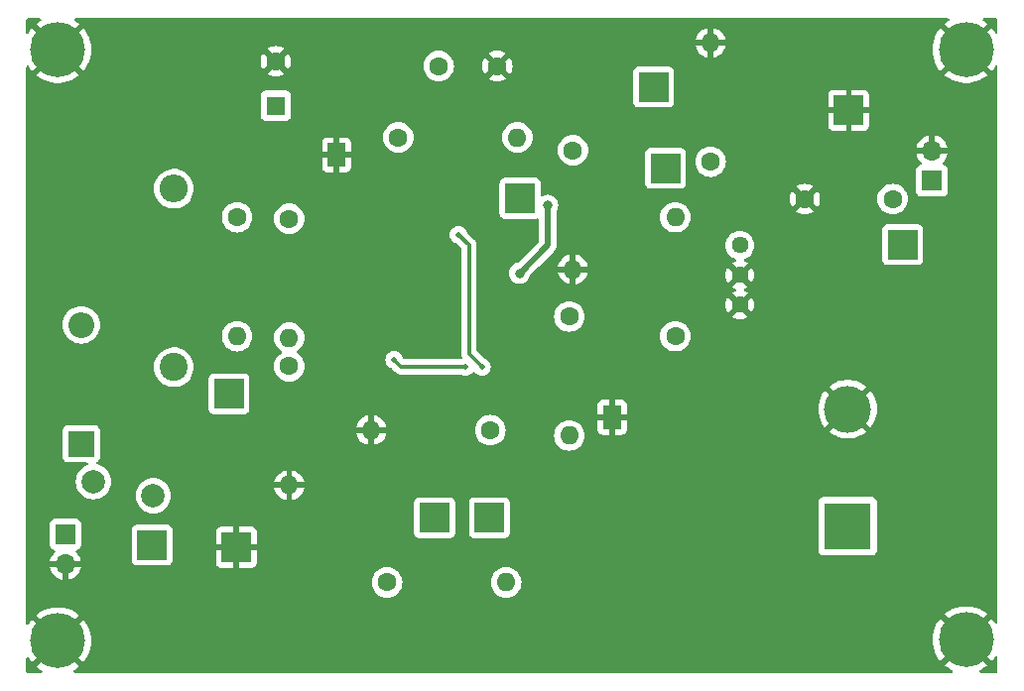
<source format=gbr>
%TF.GenerationSoftware,KiCad,Pcbnew,7.0.7*%
%TF.CreationDate,2024-03-07T15:54:46+13:00*%
%TF.ProjectId,high_v_converter,68696768-5f76-45f6-936f-6e7665727465,rev?*%
%TF.SameCoordinates,Original*%
%TF.FileFunction,Copper,L2,Bot*%
%TF.FilePolarity,Positive*%
%FSLAX46Y46*%
G04 Gerber Fmt 4.6, Leading zero omitted, Abs format (unit mm)*
G04 Created by KiCad (PCBNEW 7.0.7) date 2024-03-07 15:54:46*
%MOMM*%
%LPD*%
G01*
G04 APERTURE LIST*
%TA.AperFunction,ComponentPad*%
%ADD10R,2.200000X2.200000*%
%TD*%
%TA.AperFunction,ComponentPad*%
%ADD11O,2.200000X2.200000*%
%TD*%
%TA.AperFunction,ComponentPad*%
%ADD12C,1.600000*%
%TD*%
%TA.AperFunction,ComponentPad*%
%ADD13O,1.600000X1.600000*%
%TD*%
%TA.AperFunction,ComponentPad*%
%ADD14R,1.500000X2.000000*%
%TD*%
%TA.AperFunction,ComponentPad*%
%ADD15R,1.700000X1.700000*%
%TD*%
%TA.AperFunction,ComponentPad*%
%ADD16O,1.700000X1.700000*%
%TD*%
%TA.AperFunction,ComponentPad*%
%ADD17R,2.500000X2.500000*%
%TD*%
%TA.AperFunction,ComponentPad*%
%ADD18C,2.010000*%
%TD*%
%TA.AperFunction,ComponentPad*%
%ADD19R,4.000000X4.000000*%
%TD*%
%TA.AperFunction,ComponentPad*%
%ADD20C,4.000000*%
%TD*%
%TA.AperFunction,ComponentPad*%
%ADD21C,2.400000*%
%TD*%
%TA.AperFunction,ComponentPad*%
%ADD22O,2.400000X2.400000*%
%TD*%
%TA.AperFunction,ComponentPad*%
%ADD23R,1.600000X1.600000*%
%TD*%
%TA.AperFunction,ComponentPad*%
%ADD24C,4.700000*%
%TD*%
%TA.AperFunction,ComponentPad*%
%ADD25C,1.440000*%
%TD*%
%TA.AperFunction,ViaPad*%
%ADD26C,0.800000*%
%TD*%
%TA.AperFunction,ViaPad*%
%ADD27C,0.500000*%
%TD*%
%TA.AperFunction,Conductor*%
%ADD28C,0.300000*%
%TD*%
%TA.AperFunction,Conductor*%
%ADD29C,0.500000*%
%TD*%
G04 APERTURE END LIST*
D10*
%TO.P,D2,1,K*%
%TO.N,Net-(D2-K)*%
X110200000Y-118260000D03*
D11*
%TO.P,D2,2,A*%
%TO.N,Net-(D2-A)*%
X110200000Y-108100000D03*
%TD*%
D12*
%TO.P,R12,1*%
%TO.N,Net-(R11-Pad2)*%
X123500000Y-98920000D03*
D13*
%TO.P,R12,2*%
%TO.N,Net-(U1-EN{slash}UVLO)*%
X123500000Y-109080000D03*
%TD*%
D14*
%TO.P,J3,1,Shield*%
%TO.N,GND*%
X155500000Y-116000000D03*
X132000000Y-93600000D03*
%TD*%
D15*
%TO.P,J1,1,Pin_1*%
%TO.N,Net-(J1-Pin_1)*%
X108850000Y-126000000D03*
D16*
%TO.P,J1,2,Pin_2*%
%TO.N,GND*%
X108850000Y-128540000D03*
%TD*%
D12*
%TO.P,C9,1*%
%TO.N,Net-(J2-Pin_1)*%
X179440000Y-97360000D03*
%TO.P,C9,2*%
%TO.N,GND*%
X171940000Y-97360000D03*
%TD*%
%TO.P,C6,1*%
%TO.N,Net-(U1-VIN)*%
X140700000Y-86000000D03*
%TO.P,C6,2*%
%TO.N,GND*%
X145700000Y-86000000D03*
%TD*%
%TO.P,R15,1*%
%TO.N,Net-(U1-BIAS)*%
X145110000Y-117100000D03*
D13*
%TO.P,R15,2*%
%TO.N,GND*%
X134950000Y-117100000D03*
%TD*%
D12*
%TO.P,R13,1*%
%TO.N,Net-(U1-VIN)*%
X127950000Y-99040000D03*
D13*
%TO.P,R13,2*%
%TO.N,Net-(U1-EN{slash}UVLO)*%
X127950000Y-109200000D03*
%TD*%
D17*
%TO.P,TP4,1,1*%
%TO.N,Net-(D1-A)*%
X147650000Y-97300000D03*
%TD*%
D18*
%TO.P,F1,1*%
%TO.N,Net-(J1-Pin_1)*%
X116350000Y-122700000D03*
%TO.P,F1,2*%
%TO.N,Net-(D2-K)*%
X111250000Y-121500000D03*
%TD*%
D12*
%TO.P,R5,1*%
%TO.N,Net-(U1-SYNC{slash}MODE)*%
X163900000Y-94180000D03*
D13*
%TO.P,R5,2*%
%TO.N,GND*%
X163900000Y-84020000D03*
%TD*%
D12*
%TO.P,R14,1*%
%TO.N,Net-(U1-EN{slash}UVLO)*%
X127950000Y-111640000D03*
D13*
%TO.P,R14,2*%
%TO.N,GND*%
X127950000Y-121800000D03*
%TD*%
D15*
%TO.P,J2,1,Pin_1*%
%TO.N,Net-(J2-Pin_1)*%
X182800000Y-95800000D03*
D16*
%TO.P,J2,2,Pin_2*%
%TO.N,GND*%
X182800000Y-93260000D03*
%TD*%
D12*
%TO.P,R1,1*%
%TO.N,Net-(U1-VC)*%
X151850000Y-107400000D03*
D13*
%TO.P,R1,2*%
%TO.N,Net-(C1-Pad1)*%
X151850000Y-117560000D03*
%TD*%
D17*
%TO.P,TP10,1,1*%
%TO.N,GND*%
X175700000Y-89800000D03*
%TD*%
D19*
%TO.P,C5,1*%
%TO.N,Net-(J2-Pin_1)*%
X175600000Y-125300000D03*
D20*
%TO.P,C5,2*%
%TO.N,GND*%
X175600000Y-115300000D03*
%TD*%
D17*
%TO.P,TP1,1,1*%
%TO.N,Net-(U1-BIAS)*%
X145050000Y-124600000D03*
%TD*%
D21*
%TO.P,R7,1*%
%TO.N,Net-(D2-K)*%
X118100000Y-111720000D03*
D22*
%TO.P,R7,2*%
%TO.N,Net-(U1-VIN)*%
X118100000Y-96480000D03*
%TD*%
D23*
%TO.P,C7,1*%
%TO.N,Net-(U1-VIN)*%
X126800000Y-89402651D03*
D12*
%TO.P,C7,2*%
%TO.N,GND*%
X126800000Y-85602651D03*
%TD*%
%TO.P,R4,1*%
%TO.N,Net-(U1-RT)*%
X160900000Y-109080000D03*
D13*
%TO.P,R4,2*%
%TO.N,Net-(R4-Pad2)*%
X160900000Y-98920000D03*
%TD*%
D17*
%TO.P,TP2,1,1*%
%TO.N,Net-(U1-INTVCC)*%
X140350000Y-124600000D03*
%TD*%
D24*
%TO.P,H4,1,1*%
%TO.N,GND*%
X108200000Y-135100000D03*
%TD*%
D25*
%TO.P,RV1,1,1*%
%TO.N,Net-(R4-Pad2)*%
X166400000Y-101320000D03*
%TO.P,RV1,2,2*%
%TO.N,GND*%
X166400000Y-103860000D03*
%TO.P,RV1,3,3*%
X166400000Y-106400000D03*
%TD*%
D17*
%TO.P,TP8,1,1*%
%TO.N,Net-(J1-Pin_1)*%
X116250000Y-126900000D03*
%TD*%
%TO.P,TP5,1,1*%
%TO.N,Net-(U1-SYNC{slash}MODE)*%
X160050000Y-94720000D03*
%TD*%
%TO.P,TP6,1,1*%
%TO.N,Net-(U1-EN{slash}UVLO)*%
X122800000Y-114000000D03*
%TD*%
D12*
%TO.P,R3,1*%
%TO.N,Net-(U1-FBX)*%
X152150000Y-93200000D03*
D13*
%TO.P,R3,2*%
%TO.N,GND*%
X152150000Y-103360000D03*
%TD*%
D17*
%TO.P,TP7,1,1*%
%TO.N,GND*%
X123450000Y-127100000D03*
%TD*%
D24*
%TO.P,H1,1,1*%
%TO.N,GND*%
X185700000Y-84600000D03*
%TD*%
%TO.P,H2,1,1*%
%TO.N,GND*%
X185700000Y-135000000D03*
%TD*%
D17*
%TO.P,TP3,1,1*%
%TO.N,Net-(U1-FBX)*%
X159050000Y-87800000D03*
%TD*%
%TO.P,TP9,1,1*%
%TO.N,Net-(J2-Pin_1)*%
X180290000Y-101260000D03*
%TD*%
D12*
%TO.P,R6,1*%
%TO.N,Net-(D1-K)*%
X136300000Y-130100000D03*
D13*
%TO.P,R6,2*%
%TO.N,Net-(L2-Pad1)*%
X146460000Y-130100000D03*
%TD*%
D24*
%TO.P,H3,1,1*%
%TO.N,GND*%
X108200000Y-84600000D03*
%TD*%
D12*
%TO.P,R2,1*%
%TO.N,Net-(D1-K)*%
X137250000Y-92100000D03*
D13*
%TO.P,R2,2*%
%TO.N,Net-(U1-FBX)*%
X147410000Y-92100000D03*
%TD*%
D26*
%TO.N,GND*%
X125600000Y-124100000D03*
X154300000Y-119500000D03*
X175900000Y-93400000D03*
X132100000Y-116200000D03*
X132000000Y-96400000D03*
X163400000Y-103900000D03*
D27*
X146200000Y-107000000D03*
X138100000Y-120900000D03*
X155500000Y-99100000D03*
X143800000Y-120900000D03*
D26*
X110900000Y-90900000D03*
X148000000Y-119500000D03*
X112800000Y-85600000D03*
X152200000Y-84000000D03*
X141900000Y-112900000D03*
D27*
X144300000Y-107000000D03*
D26*
X141700000Y-107600000D03*
X132000000Y-101500000D03*
D27*
X144300000Y-108200000D03*
X146200000Y-108200000D03*
D26*
X119650000Y-129400000D03*
X139700000Y-108400000D03*
D27*
X155500000Y-110300000D03*
X155500000Y-93400000D03*
X111600000Y-99500000D03*
D26*
X133300000Y-90300000D03*
X132000000Y-108300000D03*
X109400000Y-93100000D03*
D27*
X145300000Y-107600000D03*
X155500000Y-104700000D03*
D26*
X112650000Y-129400000D03*
X143700000Y-88900000D03*
X168400000Y-103900000D03*
D27*
%TO.N,Net-(U1-VIN)*%
X142400000Y-100400000D03*
X144400000Y-111700000D03*
D26*
%TO.N,Net-(U1-FBX)*%
X147600000Y-103700000D03*
X150000000Y-97900000D03*
D27*
%TO.N,Net-(U1-EN{slash}UVLO)*%
X143000000Y-111700000D03*
X136900000Y-111100000D03*
%TD*%
D28*
%TO.N,Net-(U1-VIN)*%
X142400000Y-100400000D02*
X143300000Y-101300000D01*
X143300000Y-101300000D02*
X143300000Y-110600000D01*
X143300000Y-110600000D02*
X144400000Y-111700000D01*
D29*
%TO.N,Net-(U1-FBX)*%
X147600000Y-103700000D02*
X150000000Y-101300000D01*
X150000000Y-101300000D02*
X150000000Y-97900000D01*
D28*
%TO.N,Net-(U1-EN{slash}UVLO)*%
X143000000Y-111700000D02*
X137500000Y-111700000D01*
X137500000Y-111700000D02*
X136900000Y-111100000D01*
%TD*%
%TA.AperFunction,Conductor*%
%TO.N,GND*%
G36*
X107112115Y-135936843D02*
G01*
X107156865Y-135968446D01*
X107158062Y-135967250D01*
X107332750Y-136141938D01*
X107331382Y-136143305D01*
X107365374Y-136194374D01*
X107366496Y-136264235D01*
X107334654Y-136318897D01*
X106369289Y-137284261D01*
X106369290Y-137284262D01*
X106495210Y-137389922D01*
X106772585Y-137572354D01*
X106807102Y-137589690D01*
X106858176Y-137637368D01*
X106875365Y-137705090D01*
X106853212Y-137771355D01*
X106798751Y-137815124D01*
X106751450Y-137824500D01*
X105624500Y-137824500D01*
X105557461Y-137804815D01*
X105511706Y-137752011D01*
X105500500Y-137700500D01*
X105500500Y-136587103D01*
X105520185Y-136520064D01*
X105572989Y-136474309D01*
X105642147Y-136464365D01*
X105705703Y-136493390D01*
X105731887Y-136525103D01*
X105814824Y-136668756D01*
X106012358Y-136934088D01*
X106981101Y-135965344D01*
X107042424Y-135931859D01*
X107112115Y-135936843D01*
G37*
%TD.AperFunction*%
%TA.AperFunction,Conductor*%
G36*
X184232782Y-81945185D02*
G01*
X184278537Y-81997989D01*
X184288481Y-82067147D01*
X184259456Y-82130703D01*
X184233882Y-82153101D01*
X183995215Y-82310074D01*
X183869289Y-82415736D01*
X184834654Y-83381101D01*
X184868139Y-83442424D01*
X184863155Y-83512116D01*
X184831562Y-83556874D01*
X184832750Y-83558062D01*
X184658062Y-83732750D01*
X184656704Y-83731392D01*
X184605551Y-83765396D01*
X184535689Y-83766476D01*
X184481101Y-83734654D01*
X183512357Y-82765910D01*
X183314827Y-83031239D01*
X183148833Y-83318750D01*
X183148827Y-83318763D01*
X183017336Y-83623591D01*
X182922121Y-83941634D01*
X182922118Y-83941648D01*
X182864474Y-84268562D01*
X182864473Y-84268573D01*
X182845170Y-84599996D01*
X182845170Y-84600003D01*
X182864473Y-84931426D01*
X182864474Y-84931437D01*
X182922118Y-85258351D01*
X182922121Y-85258365D01*
X183017336Y-85576408D01*
X183148827Y-85881236D01*
X183148833Y-85881249D01*
X183314824Y-86168756D01*
X183512358Y-86434088D01*
X184481101Y-85465344D01*
X184542424Y-85431859D01*
X184612115Y-85436843D01*
X184656865Y-85468446D01*
X184658062Y-85467250D01*
X184832750Y-85641938D01*
X184831382Y-85643305D01*
X184865374Y-85694374D01*
X184866496Y-85764235D01*
X184834654Y-85818897D01*
X183869289Y-86784261D01*
X183869290Y-86784262D01*
X183995210Y-86889922D01*
X184272588Y-87072356D01*
X184569252Y-87221347D01*
X184569258Y-87221350D01*
X184881213Y-87334892D01*
X184881234Y-87334899D01*
X185204248Y-87411456D01*
X185204263Y-87411458D01*
X185534012Y-87449999D01*
X185534013Y-87450000D01*
X185865987Y-87450000D01*
X185865987Y-87449999D01*
X186195736Y-87411458D01*
X186195751Y-87411456D01*
X186518765Y-87334899D01*
X186518786Y-87334892D01*
X186830741Y-87221350D01*
X186830747Y-87221347D01*
X187127411Y-87072356D01*
X187404783Y-86889926D01*
X187404785Y-86889925D01*
X187530708Y-86784262D01*
X187530709Y-86784261D01*
X186565345Y-85818898D01*
X186531860Y-85757575D01*
X186536844Y-85687883D01*
X186568453Y-85643142D01*
X186567250Y-85641939D01*
X186741939Y-85467250D01*
X186743311Y-85468622D01*
X186794345Y-85434635D01*
X186864205Y-85433494D01*
X186918898Y-85465345D01*
X187887640Y-86434088D01*
X188085175Y-86168756D01*
X188168113Y-86025103D01*
X188218679Y-85976888D01*
X188287286Y-85963664D01*
X188352151Y-85989632D01*
X188392680Y-86046546D01*
X188399500Y-86087103D01*
X188399500Y-133512896D01*
X188379815Y-133579935D01*
X188327011Y-133625690D01*
X188257853Y-133635634D01*
X188194297Y-133606609D01*
X188168113Y-133574896D01*
X188085175Y-133431243D01*
X187887640Y-133165910D01*
X186918897Y-134134654D01*
X186857574Y-134168139D01*
X186787882Y-134163155D01*
X186743136Y-134131551D01*
X186741938Y-134132750D01*
X186567250Y-133958062D01*
X186568615Y-133956696D01*
X186534621Y-133905612D01*
X186533505Y-133835751D01*
X186565344Y-133781101D01*
X187530709Y-132815737D01*
X187530708Y-132815736D01*
X187404789Y-132710077D01*
X187127411Y-132527643D01*
X186830747Y-132378652D01*
X186830741Y-132378649D01*
X186518786Y-132265107D01*
X186518765Y-132265100D01*
X186195751Y-132188543D01*
X186195736Y-132188541D01*
X185865987Y-132150000D01*
X185534013Y-132150000D01*
X185204263Y-132188541D01*
X185204248Y-132188543D01*
X184881234Y-132265100D01*
X184881213Y-132265107D01*
X184569258Y-132378649D01*
X184569252Y-132378652D01*
X184272588Y-132527643D01*
X183995215Y-132710074D01*
X183869289Y-132815736D01*
X184834654Y-133781101D01*
X184868139Y-133842424D01*
X184863155Y-133912116D01*
X184831562Y-133956874D01*
X184832750Y-133958062D01*
X184658062Y-134132750D01*
X184656704Y-134131392D01*
X184605551Y-134165396D01*
X184535689Y-134166476D01*
X184481101Y-134134654D01*
X183512357Y-133165910D01*
X183314827Y-133431239D01*
X183148833Y-133718750D01*
X183148827Y-133718763D01*
X183017336Y-134023591D01*
X182922121Y-134341634D01*
X182922118Y-134341648D01*
X182864474Y-134668562D01*
X182864473Y-134668573D01*
X182845170Y-134999996D01*
X182845170Y-135000003D01*
X182864473Y-135331426D01*
X182864474Y-135331437D01*
X182922118Y-135658351D01*
X182922121Y-135658365D01*
X183017336Y-135976408D01*
X183148827Y-136281236D01*
X183148833Y-136281249D01*
X183314824Y-136568756D01*
X183512358Y-136834088D01*
X184481101Y-135865344D01*
X184542424Y-135831859D01*
X184612115Y-135836843D01*
X184656865Y-135868446D01*
X184658062Y-135867250D01*
X184832750Y-136041938D01*
X184831382Y-136043305D01*
X184865374Y-136094374D01*
X184866496Y-136164235D01*
X184834654Y-136218897D01*
X183869289Y-137184261D01*
X183869290Y-137184262D01*
X183995210Y-137289922D01*
X184272588Y-137472356D01*
X184506216Y-137589690D01*
X184557291Y-137637368D01*
X184574480Y-137705090D01*
X184552327Y-137771355D01*
X184497866Y-137815124D01*
X184450565Y-137824500D01*
X109648550Y-137824500D01*
X109581511Y-137804815D01*
X109535756Y-137752011D01*
X109525812Y-137682853D01*
X109554837Y-137619297D01*
X109592898Y-137589690D01*
X109627414Y-137572354D01*
X109904783Y-137389926D01*
X109904785Y-137389925D01*
X110030708Y-137284262D01*
X110030709Y-137284261D01*
X109065345Y-136318898D01*
X109031860Y-136257575D01*
X109036844Y-136187883D01*
X109068453Y-136143142D01*
X109067250Y-136141939D01*
X109241939Y-135967250D01*
X109243311Y-135968622D01*
X109294345Y-135934635D01*
X109364205Y-135933494D01*
X109418898Y-135965345D01*
X110387640Y-136934088D01*
X110585175Y-136668756D01*
X110751166Y-136381249D01*
X110751172Y-136381236D01*
X110882663Y-136076408D01*
X110977878Y-135758365D01*
X110977881Y-135758351D01*
X111035525Y-135431437D01*
X111035526Y-135431426D01*
X111054830Y-135100003D01*
X111054830Y-135099996D01*
X111035526Y-134768573D01*
X111035525Y-134768562D01*
X110977881Y-134441648D01*
X110977878Y-134441634D01*
X110882663Y-134123591D01*
X110751172Y-133818763D01*
X110751166Y-133818750D01*
X110585175Y-133531243D01*
X110387640Y-133265910D01*
X109418897Y-134234654D01*
X109357574Y-134268139D01*
X109287882Y-134263155D01*
X109243136Y-134231551D01*
X109241938Y-134232750D01*
X109067250Y-134058062D01*
X109068615Y-134056696D01*
X109034621Y-134005612D01*
X109033505Y-133935751D01*
X109065344Y-133881101D01*
X110030709Y-132915737D01*
X110030708Y-132915736D01*
X109904789Y-132810077D01*
X109627411Y-132627643D01*
X109330747Y-132478652D01*
X109330741Y-132478649D01*
X109018786Y-132365107D01*
X109018765Y-132365100D01*
X108695751Y-132288543D01*
X108695736Y-132288541D01*
X108365987Y-132250000D01*
X108034013Y-132250000D01*
X107704263Y-132288541D01*
X107704248Y-132288543D01*
X107381234Y-132365100D01*
X107381213Y-132365107D01*
X107069258Y-132478649D01*
X107069252Y-132478652D01*
X106772588Y-132627643D01*
X106495215Y-132810074D01*
X106369289Y-132915736D01*
X107334654Y-133881101D01*
X107368139Y-133942424D01*
X107363155Y-134012116D01*
X107331562Y-134056874D01*
X107332750Y-134058062D01*
X107158062Y-134232750D01*
X107156704Y-134231392D01*
X107105551Y-134265396D01*
X107035689Y-134266476D01*
X106981101Y-134234654D01*
X106012357Y-133265910D01*
X105814827Y-133531239D01*
X105731887Y-133674897D01*
X105681320Y-133723113D01*
X105612713Y-133736336D01*
X105547848Y-133710368D01*
X105507320Y-133653454D01*
X105500500Y-133612897D01*
X105500500Y-130100001D01*
X134994532Y-130100001D01*
X135014364Y-130326686D01*
X135014366Y-130326697D01*
X135073258Y-130546488D01*
X135073261Y-130546497D01*
X135169431Y-130752732D01*
X135169432Y-130752734D01*
X135299954Y-130939141D01*
X135460858Y-131100045D01*
X135460861Y-131100047D01*
X135647266Y-131230568D01*
X135853504Y-131326739D01*
X136073308Y-131385635D01*
X136235230Y-131399801D01*
X136299998Y-131405468D01*
X136300000Y-131405468D01*
X136300002Y-131405468D01*
X136356672Y-131400509D01*
X136526692Y-131385635D01*
X136746496Y-131326739D01*
X136952734Y-131230568D01*
X137139139Y-131100047D01*
X137300047Y-130939139D01*
X137430568Y-130752734D01*
X137526739Y-130546496D01*
X137585635Y-130326692D01*
X137605468Y-130100001D01*
X145154532Y-130100001D01*
X145174364Y-130326686D01*
X145174366Y-130326697D01*
X145233258Y-130546488D01*
X145233261Y-130546497D01*
X145329431Y-130752732D01*
X145329432Y-130752734D01*
X145459954Y-130939141D01*
X145620858Y-131100045D01*
X145620861Y-131100047D01*
X145807266Y-131230568D01*
X146013504Y-131326739D01*
X146233308Y-131385635D01*
X146395230Y-131399801D01*
X146459998Y-131405468D01*
X146460000Y-131405468D01*
X146460002Y-131405468D01*
X146516673Y-131400509D01*
X146686692Y-131385635D01*
X146906496Y-131326739D01*
X147112734Y-131230568D01*
X147299139Y-131100047D01*
X147460047Y-130939139D01*
X147590568Y-130752734D01*
X147686739Y-130546496D01*
X147745635Y-130326692D01*
X147765468Y-130100000D01*
X147745635Y-129873308D01*
X147686739Y-129653504D01*
X147590568Y-129447266D01*
X147460047Y-129260861D01*
X147460045Y-129260858D01*
X147299141Y-129099954D01*
X147112734Y-128969432D01*
X147112732Y-128969431D01*
X146906497Y-128873261D01*
X146906488Y-128873258D01*
X146686697Y-128814366D01*
X146686693Y-128814365D01*
X146686692Y-128814365D01*
X146686691Y-128814364D01*
X146686686Y-128814364D01*
X146460002Y-128794532D01*
X146459998Y-128794532D01*
X146233313Y-128814364D01*
X146233302Y-128814366D01*
X146013511Y-128873258D01*
X146013502Y-128873261D01*
X145807267Y-128969431D01*
X145807265Y-128969432D01*
X145620858Y-129099954D01*
X145459954Y-129260858D01*
X145329432Y-129447265D01*
X145329431Y-129447267D01*
X145233261Y-129653502D01*
X145233258Y-129653511D01*
X145174366Y-129873302D01*
X145174364Y-129873313D01*
X145154532Y-130099998D01*
X145154532Y-130100001D01*
X137605468Y-130100001D01*
X137605468Y-130100000D01*
X137585635Y-129873308D01*
X137526739Y-129653504D01*
X137430568Y-129447266D01*
X137300047Y-129260861D01*
X137300045Y-129260858D01*
X137139141Y-129099954D01*
X136952734Y-128969432D01*
X136952732Y-128969431D01*
X136746497Y-128873261D01*
X136746488Y-128873258D01*
X136526697Y-128814366D01*
X136526693Y-128814365D01*
X136526692Y-128814365D01*
X136526691Y-128814364D01*
X136526686Y-128814364D01*
X136300002Y-128794532D01*
X136299998Y-128794532D01*
X136073313Y-128814364D01*
X136073302Y-128814366D01*
X135853511Y-128873258D01*
X135853502Y-128873261D01*
X135647267Y-128969431D01*
X135647265Y-128969432D01*
X135460858Y-129099954D01*
X135299954Y-129260858D01*
X135169432Y-129447265D01*
X135169431Y-129447267D01*
X135073261Y-129653502D01*
X135073258Y-129653511D01*
X135014366Y-129873302D01*
X135014364Y-129873313D01*
X134994532Y-130099998D01*
X134994532Y-130100001D01*
X105500500Y-130100001D01*
X105500500Y-126897870D01*
X107499500Y-126897870D01*
X107499501Y-126897876D01*
X107505908Y-126957483D01*
X107556202Y-127092328D01*
X107556206Y-127092335D01*
X107642452Y-127207544D01*
X107642455Y-127207547D01*
X107757664Y-127293793D01*
X107757671Y-127293797D01*
X107757674Y-127293798D01*
X107889598Y-127343002D01*
X107945531Y-127384873D01*
X107969949Y-127450337D01*
X107955098Y-127518610D01*
X107933947Y-127546865D01*
X107811886Y-127668926D01*
X107676400Y-127862420D01*
X107676399Y-127862422D01*
X107576570Y-128076507D01*
X107576567Y-128076513D01*
X107519364Y-128289999D01*
X107519364Y-128290000D01*
X108236653Y-128290000D01*
X108303692Y-128309685D01*
X108349447Y-128362489D01*
X108359391Y-128431647D01*
X108355631Y-128448933D01*
X108350000Y-128468111D01*
X108350000Y-128611888D01*
X108355631Y-128631067D01*
X108355630Y-128700936D01*
X108317855Y-128759714D01*
X108254299Y-128788738D01*
X108236653Y-128790000D01*
X107519364Y-128790000D01*
X107576567Y-129003486D01*
X107576570Y-129003492D01*
X107676399Y-129217578D01*
X107811894Y-129411082D01*
X107978917Y-129578105D01*
X108172421Y-129713600D01*
X108386507Y-129813429D01*
X108386516Y-129813433D01*
X108600000Y-129870634D01*
X108600000Y-129152301D01*
X108619685Y-129085262D01*
X108672489Y-129039507D01*
X108741647Y-129029563D01*
X108814237Y-129040000D01*
X108814238Y-129040000D01*
X108885762Y-129040000D01*
X108885763Y-129040000D01*
X108958352Y-129029563D01*
X109027510Y-129039507D01*
X109080314Y-129085261D01*
X109099999Y-129152301D01*
X109099999Y-129870634D01*
X109313483Y-129813433D01*
X109313492Y-129813429D01*
X109527578Y-129713600D01*
X109721082Y-129578105D01*
X109888105Y-129411082D01*
X110023600Y-129217578D01*
X110123429Y-129003492D01*
X110123432Y-129003486D01*
X110180636Y-128790000D01*
X109463347Y-128790000D01*
X109396308Y-128770315D01*
X109350553Y-128717511D01*
X109340609Y-128648353D01*
X109344369Y-128631067D01*
X109350000Y-128611888D01*
X109350000Y-128468111D01*
X109344369Y-128448933D01*
X109344370Y-128379064D01*
X109382145Y-128320286D01*
X109445701Y-128291262D01*
X109463347Y-128290000D01*
X110180636Y-128290000D01*
X110180635Y-128289999D01*
X110155949Y-128197870D01*
X114499500Y-128197870D01*
X114499501Y-128197876D01*
X114505908Y-128257483D01*
X114556202Y-128392328D01*
X114556206Y-128392335D01*
X114642452Y-128507544D01*
X114642455Y-128507547D01*
X114757664Y-128593793D01*
X114757671Y-128593797D01*
X114892517Y-128644091D01*
X114892516Y-128644091D01*
X114899444Y-128644835D01*
X114952127Y-128650500D01*
X117547872Y-128650499D01*
X117607483Y-128644091D01*
X117742331Y-128593796D01*
X117857546Y-128507546D01*
X117939669Y-128397844D01*
X121700000Y-128397844D01*
X121706401Y-128457372D01*
X121706403Y-128457379D01*
X121756645Y-128592086D01*
X121756649Y-128592093D01*
X121842809Y-128707187D01*
X121842812Y-128707190D01*
X121957906Y-128793350D01*
X121957913Y-128793354D01*
X122092620Y-128843596D01*
X122092627Y-128843598D01*
X122152155Y-128849999D01*
X122152172Y-128850000D01*
X123200000Y-128850000D01*
X123200000Y-127813658D01*
X123219685Y-127746619D01*
X123272489Y-127700864D01*
X123340184Y-127690719D01*
X123410677Y-127700000D01*
X123410684Y-127700000D01*
X123489316Y-127700000D01*
X123489323Y-127700000D01*
X123559815Y-127690719D01*
X123628849Y-127701484D01*
X123681105Y-127747864D01*
X123700000Y-127813658D01*
X123700000Y-128850000D01*
X124747828Y-128850000D01*
X124747844Y-128849999D01*
X124807372Y-128843598D01*
X124807379Y-128843596D01*
X124942086Y-128793354D01*
X124942093Y-128793350D01*
X125057187Y-128707190D01*
X125057190Y-128707187D01*
X125143350Y-128592093D01*
X125143354Y-128592086D01*
X125193596Y-128457379D01*
X125193598Y-128457372D01*
X125199999Y-128397844D01*
X125200000Y-128397827D01*
X125200000Y-127350000D01*
X124163658Y-127350000D01*
X124156404Y-127347870D01*
X173099500Y-127347870D01*
X173099501Y-127347876D01*
X173105908Y-127407483D01*
X173156202Y-127542328D01*
X173156206Y-127542335D01*
X173242452Y-127657544D01*
X173242455Y-127657547D01*
X173357664Y-127743793D01*
X173357671Y-127743797D01*
X173492517Y-127794091D01*
X173492516Y-127794091D01*
X173499444Y-127794835D01*
X173552127Y-127800500D01*
X177647872Y-127800499D01*
X177707483Y-127794091D01*
X177842331Y-127743796D01*
X177957546Y-127657546D01*
X178043796Y-127542331D01*
X178094091Y-127407483D01*
X178100500Y-127347873D01*
X178100499Y-123252128D01*
X178094091Y-123192517D01*
X178084449Y-123166666D01*
X178043797Y-123057671D01*
X178043793Y-123057664D01*
X177957547Y-122942455D01*
X177957544Y-122942452D01*
X177842335Y-122856206D01*
X177842328Y-122856202D01*
X177707482Y-122805908D01*
X177707483Y-122805908D01*
X177647883Y-122799501D01*
X177647881Y-122799500D01*
X177647873Y-122799500D01*
X177647864Y-122799500D01*
X173552129Y-122799500D01*
X173552123Y-122799501D01*
X173492516Y-122805908D01*
X173357671Y-122856202D01*
X173357664Y-122856206D01*
X173242455Y-122942452D01*
X173242452Y-122942455D01*
X173156206Y-123057664D01*
X173156202Y-123057671D01*
X173105908Y-123192517D01*
X173100533Y-123242516D01*
X173099501Y-123252123D01*
X173099500Y-123252135D01*
X173099500Y-127347870D01*
X124156404Y-127347870D01*
X124096619Y-127330315D01*
X124050864Y-127277511D01*
X124040719Y-127209816D01*
X124055177Y-127100000D01*
X124040719Y-126990183D01*
X124051484Y-126921151D01*
X124097864Y-126868895D01*
X124163658Y-126850000D01*
X125200000Y-126850000D01*
X125200000Y-125897870D01*
X138599500Y-125897870D01*
X138599501Y-125897876D01*
X138605908Y-125957483D01*
X138656202Y-126092328D01*
X138656206Y-126092335D01*
X138742452Y-126207544D01*
X138742455Y-126207547D01*
X138857664Y-126293793D01*
X138857671Y-126293797D01*
X138992517Y-126344091D01*
X138992516Y-126344091D01*
X138999444Y-126344835D01*
X139052127Y-126350500D01*
X141647872Y-126350499D01*
X141707483Y-126344091D01*
X141842331Y-126293796D01*
X141957546Y-126207546D01*
X142043796Y-126092331D01*
X142094091Y-125957483D01*
X142100500Y-125897873D01*
X142100500Y-125897870D01*
X143299500Y-125897870D01*
X143299501Y-125897876D01*
X143305908Y-125957483D01*
X143356202Y-126092328D01*
X143356206Y-126092335D01*
X143442452Y-126207544D01*
X143442455Y-126207547D01*
X143557664Y-126293793D01*
X143557671Y-126293797D01*
X143692517Y-126344091D01*
X143692516Y-126344091D01*
X143699444Y-126344835D01*
X143752127Y-126350500D01*
X146347872Y-126350499D01*
X146407483Y-126344091D01*
X146542331Y-126293796D01*
X146657546Y-126207546D01*
X146743796Y-126092331D01*
X146794091Y-125957483D01*
X146800500Y-125897873D01*
X146800499Y-123302128D01*
X146794091Y-123242517D01*
X146775442Y-123192517D01*
X146743797Y-123107671D01*
X146743793Y-123107664D01*
X146657547Y-122992455D01*
X146657544Y-122992452D01*
X146542335Y-122906206D01*
X146542328Y-122906202D01*
X146407482Y-122855908D01*
X146407483Y-122855908D01*
X146347883Y-122849501D01*
X146347881Y-122849500D01*
X146347873Y-122849500D01*
X146347864Y-122849500D01*
X143752129Y-122849500D01*
X143752123Y-122849501D01*
X143692516Y-122855908D01*
X143557671Y-122906202D01*
X143557664Y-122906206D01*
X143442455Y-122992452D01*
X143442452Y-122992455D01*
X143356206Y-123107664D01*
X143356202Y-123107671D01*
X143305908Y-123242517D01*
X143299501Y-123302116D01*
X143299501Y-123302123D01*
X143299500Y-123302135D01*
X143299500Y-125897870D01*
X142100500Y-125897870D01*
X142100499Y-123302128D01*
X142094091Y-123242517D01*
X142075442Y-123192517D01*
X142043797Y-123107671D01*
X142043793Y-123107664D01*
X141957547Y-122992455D01*
X141957544Y-122992452D01*
X141842335Y-122906206D01*
X141842328Y-122906202D01*
X141707482Y-122855908D01*
X141707483Y-122855908D01*
X141647883Y-122849501D01*
X141647881Y-122849500D01*
X141647873Y-122849500D01*
X141647864Y-122849500D01*
X139052129Y-122849500D01*
X139052123Y-122849501D01*
X138992516Y-122855908D01*
X138857671Y-122906202D01*
X138857664Y-122906206D01*
X138742455Y-122992452D01*
X138742452Y-122992455D01*
X138656206Y-123107664D01*
X138656202Y-123107671D01*
X138605908Y-123242517D01*
X138599501Y-123302116D01*
X138599501Y-123302123D01*
X138599500Y-123302135D01*
X138599500Y-125897870D01*
X125200000Y-125897870D01*
X125200000Y-125802172D01*
X125199999Y-125802155D01*
X125193598Y-125742627D01*
X125193596Y-125742620D01*
X125143354Y-125607913D01*
X125143350Y-125607906D01*
X125057190Y-125492812D01*
X125057187Y-125492809D01*
X124942093Y-125406649D01*
X124942086Y-125406645D01*
X124807379Y-125356403D01*
X124807372Y-125356401D01*
X124747844Y-125350000D01*
X123700000Y-125350000D01*
X123700000Y-126386341D01*
X123680315Y-126453380D01*
X123627511Y-126499135D01*
X123559815Y-126509280D01*
X123489333Y-126500001D01*
X123489328Y-126500000D01*
X123489323Y-126500000D01*
X123410677Y-126500000D01*
X123410671Y-126500000D01*
X123410666Y-126500001D01*
X123340184Y-126509280D01*
X123271148Y-126498514D01*
X123218893Y-126452134D01*
X123199999Y-126386341D01*
X123200000Y-125350000D01*
X122152155Y-125350000D01*
X122092627Y-125356401D01*
X122092620Y-125356403D01*
X121957913Y-125406645D01*
X121957906Y-125406649D01*
X121842812Y-125492809D01*
X121842809Y-125492812D01*
X121756649Y-125607906D01*
X121756645Y-125607913D01*
X121706403Y-125742620D01*
X121706401Y-125742627D01*
X121700000Y-125802155D01*
X121700000Y-126850000D01*
X122736342Y-126850000D01*
X122803381Y-126869685D01*
X122849136Y-126922489D01*
X122859280Y-126990183D01*
X122844823Y-127100000D01*
X122859280Y-127209816D01*
X122848516Y-127278849D01*
X122802136Y-127331105D01*
X122736342Y-127350000D01*
X121700000Y-127350000D01*
X121700000Y-128397844D01*
X117939669Y-128397844D01*
X117943796Y-128392331D01*
X117994091Y-128257483D01*
X118000500Y-128197873D01*
X118000499Y-125602128D01*
X117994091Y-125542517D01*
X117975552Y-125492812D01*
X117943797Y-125407671D01*
X117943793Y-125407664D01*
X117857547Y-125292455D01*
X117857544Y-125292452D01*
X117742335Y-125206206D01*
X117742328Y-125206202D01*
X117607482Y-125155908D01*
X117607483Y-125155908D01*
X117547883Y-125149501D01*
X117547881Y-125149500D01*
X117547873Y-125149500D01*
X117547864Y-125149500D01*
X114952129Y-125149500D01*
X114952123Y-125149501D01*
X114892516Y-125155908D01*
X114757671Y-125206202D01*
X114757664Y-125206206D01*
X114642455Y-125292452D01*
X114642452Y-125292455D01*
X114556206Y-125407664D01*
X114556202Y-125407671D01*
X114505908Y-125542517D01*
X114499501Y-125602116D01*
X114499501Y-125602123D01*
X114499500Y-125602135D01*
X114499500Y-128197870D01*
X110155949Y-128197870D01*
X110123432Y-128076513D01*
X110123429Y-128076507D01*
X110023600Y-127862422D01*
X110023599Y-127862420D01*
X109888113Y-127668926D01*
X109888108Y-127668920D01*
X109766053Y-127546865D01*
X109732568Y-127485542D01*
X109737552Y-127415850D01*
X109779424Y-127359917D01*
X109810400Y-127343002D01*
X109942331Y-127293796D01*
X110057546Y-127207546D01*
X110143796Y-127092331D01*
X110194091Y-126957483D01*
X110200500Y-126897873D01*
X110200499Y-125102128D01*
X110194091Y-125042517D01*
X110143796Y-124907669D01*
X110143795Y-124907668D01*
X110143793Y-124907664D01*
X110057547Y-124792455D01*
X110057544Y-124792452D01*
X109942335Y-124706206D01*
X109942328Y-124706202D01*
X109807482Y-124655908D01*
X109807483Y-124655908D01*
X109747883Y-124649501D01*
X109747881Y-124649500D01*
X109747873Y-124649500D01*
X109747864Y-124649500D01*
X107952129Y-124649500D01*
X107952123Y-124649501D01*
X107892516Y-124655908D01*
X107757671Y-124706202D01*
X107757664Y-124706206D01*
X107642455Y-124792452D01*
X107642452Y-124792455D01*
X107556206Y-124907664D01*
X107556202Y-124907671D01*
X107505908Y-125042517D01*
X107499501Y-125102116D01*
X107499501Y-125102123D01*
X107499500Y-125102135D01*
X107499500Y-126897870D01*
X105500500Y-126897870D01*
X105500500Y-119407870D01*
X108599500Y-119407870D01*
X108599501Y-119407876D01*
X108605908Y-119467483D01*
X108656202Y-119602328D01*
X108656206Y-119602335D01*
X108742452Y-119717544D01*
X108742455Y-119717547D01*
X108857664Y-119803793D01*
X108857671Y-119803797D01*
X108992517Y-119854091D01*
X108992516Y-119854091D01*
X108999444Y-119854835D01*
X109052127Y-119860500D01*
X110650654Y-119860499D01*
X110717692Y-119880184D01*
X110763447Y-119932987D01*
X110773391Y-120002146D01*
X110744366Y-120065702D01*
X110698106Y-120099060D01*
X110564403Y-120154441D01*
X110362357Y-120278255D01*
X110362355Y-120278256D01*
X110182159Y-120432159D01*
X110028256Y-120612355D01*
X110028255Y-120612357D01*
X109904441Y-120814403D01*
X109813758Y-121033333D01*
X109813754Y-121033345D01*
X109758438Y-121263756D01*
X109739845Y-121500000D01*
X109758438Y-121736243D01*
X109813754Y-121966654D01*
X109813758Y-121966666D01*
X109904441Y-122185596D01*
X110028255Y-122387642D01*
X110028256Y-122387644D01*
X110028259Y-122387647D01*
X110182159Y-122567841D01*
X110265265Y-122638820D01*
X110362355Y-122721743D01*
X110362357Y-122721744D01*
X110564403Y-122845558D01*
X110590110Y-122856206D01*
X110783336Y-122936243D01*
X111013760Y-122991562D01*
X111250000Y-123010155D01*
X111486240Y-122991562D01*
X111716664Y-122936243D01*
X111935596Y-122845558D01*
X112137647Y-122721741D01*
X112163104Y-122699999D01*
X114839845Y-122699999D01*
X114858438Y-122936243D01*
X114913754Y-123166654D01*
X114913758Y-123166666D01*
X115004441Y-123385596D01*
X115128255Y-123587642D01*
X115128256Y-123587644D01*
X115128259Y-123587647D01*
X115282159Y-123767841D01*
X115421646Y-123886974D01*
X115462355Y-123921743D01*
X115462357Y-123921744D01*
X115664403Y-124045558D01*
X115741807Y-124077619D01*
X115883336Y-124136243D01*
X116113760Y-124191562D01*
X116350000Y-124210155D01*
X116586240Y-124191562D01*
X116816664Y-124136243D01*
X117035596Y-124045558D01*
X117237647Y-123921741D01*
X117417841Y-123767841D01*
X117571741Y-123587647D01*
X117695558Y-123385596D01*
X117786243Y-123166664D01*
X117841562Y-122936240D01*
X117860155Y-122700000D01*
X117841562Y-122463760D01*
X117786243Y-122233336D01*
X117727619Y-122091807D01*
X117695558Y-122014403D01*
X117571744Y-121812357D01*
X117571743Y-121812355D01*
X117454304Y-121674852D01*
X117417841Y-121632159D01*
X117321644Y-121549999D01*
X126671127Y-121549999D01*
X126671128Y-121550000D01*
X127439424Y-121550000D01*
X127506463Y-121569685D01*
X127552218Y-121622489D01*
X127562162Y-121691647D01*
X127561897Y-121693397D01*
X127545014Y-121799996D01*
X127545014Y-121800003D01*
X127561897Y-121906603D01*
X127552942Y-121975896D01*
X127507946Y-122029348D01*
X127441194Y-122049987D01*
X127439424Y-122050000D01*
X126671128Y-122050000D01*
X126723730Y-122246317D01*
X126723734Y-122246326D01*
X126819865Y-122452482D01*
X126950342Y-122638820D01*
X127111179Y-122799657D01*
X127297517Y-122930134D01*
X127503673Y-123026265D01*
X127503682Y-123026269D01*
X127699999Y-123078872D01*
X127700000Y-123078871D01*
X127700000Y-122310575D01*
X127719685Y-122243536D01*
X127772489Y-122197781D01*
X127841647Y-122187837D01*
X127843331Y-122188091D01*
X127875699Y-122193218D01*
X127918515Y-122200000D01*
X127918519Y-122200000D01*
X127981485Y-122200000D01*
X128024300Y-122193218D01*
X128056602Y-122188102D01*
X128125894Y-122197056D01*
X128179347Y-122242052D01*
X128199987Y-122308803D01*
X128200000Y-122310575D01*
X128200000Y-123078872D01*
X128396317Y-123026269D01*
X128396326Y-123026265D01*
X128602482Y-122930134D01*
X128788820Y-122799657D01*
X128949657Y-122638820D01*
X129080134Y-122452482D01*
X129176265Y-122246326D01*
X129176269Y-122246317D01*
X129228872Y-122050000D01*
X128460576Y-122050000D01*
X128393537Y-122030315D01*
X128347782Y-121977511D01*
X128337838Y-121908353D01*
X128338103Y-121906603D01*
X128354986Y-121800003D01*
X128354986Y-121799996D01*
X128338103Y-121693397D01*
X128347058Y-121624104D01*
X128392054Y-121570652D01*
X128458806Y-121550013D01*
X128460576Y-121550000D01*
X129228872Y-121550000D01*
X129228872Y-121549999D01*
X129176269Y-121353682D01*
X129176265Y-121353673D01*
X129080134Y-121147517D01*
X128949657Y-120961179D01*
X128788820Y-120800342D01*
X128602482Y-120669865D01*
X128396328Y-120573734D01*
X128199999Y-120521127D01*
X128200000Y-121289424D01*
X128180315Y-121356463D01*
X128127511Y-121402218D01*
X128058353Y-121412162D01*
X128056602Y-121411897D01*
X127981486Y-121400000D01*
X127981481Y-121400000D01*
X127918519Y-121400000D01*
X127918514Y-121400000D01*
X127843398Y-121411897D01*
X127774104Y-121402942D01*
X127720652Y-121357946D01*
X127700013Y-121291194D01*
X127700000Y-121289424D01*
X127699999Y-120521127D01*
X127503671Y-120573734D01*
X127297517Y-120669865D01*
X127111179Y-120800342D01*
X126950342Y-120961179D01*
X126819865Y-121147517D01*
X126723734Y-121353673D01*
X126723730Y-121353682D01*
X126671127Y-121549999D01*
X117321644Y-121549999D01*
X117298706Y-121530408D01*
X117237644Y-121478256D01*
X117237642Y-121478255D01*
X117035596Y-121354441D01*
X116816666Y-121263758D01*
X116816668Y-121263758D01*
X116816664Y-121263757D01*
X116816660Y-121263756D01*
X116816654Y-121263754D01*
X116586243Y-121208438D01*
X116409060Y-121194493D01*
X116350000Y-121189845D01*
X116349999Y-121189845D01*
X116113756Y-121208438D01*
X115883345Y-121263754D01*
X115883333Y-121263758D01*
X115664403Y-121354441D01*
X115462357Y-121478255D01*
X115462355Y-121478256D01*
X115282159Y-121632159D01*
X115128256Y-121812355D01*
X115128255Y-121812357D01*
X115004441Y-122014403D01*
X114913758Y-122233333D01*
X114913754Y-122233345D01*
X114858438Y-122463756D01*
X114839845Y-122699999D01*
X112163104Y-122699999D01*
X112317841Y-122567841D01*
X112471741Y-122387647D01*
X112595558Y-122185596D01*
X112686243Y-121966664D01*
X112741562Y-121736240D01*
X112760155Y-121500000D01*
X112741562Y-121263760D01*
X112686243Y-121033336D01*
X112595558Y-120814404D01*
X112595558Y-120814403D01*
X112471744Y-120612357D01*
X112471743Y-120612355D01*
X112436974Y-120571646D01*
X112317841Y-120432159D01*
X112198706Y-120330408D01*
X112137644Y-120278256D01*
X112137642Y-120278255D01*
X111935596Y-120154441D01*
X111748726Y-120077037D01*
X111716664Y-120063757D01*
X111716660Y-120063756D01*
X111716654Y-120063754D01*
X111577874Y-120030437D01*
X111517282Y-119995647D01*
X111485118Y-119933621D01*
X111491594Y-119864052D01*
X111534653Y-119809027D01*
X111538924Y-119806346D01*
X111542329Y-119803796D01*
X111542331Y-119803796D01*
X111657546Y-119717546D01*
X111743796Y-119602331D01*
X111794091Y-119467483D01*
X111800500Y-119407873D01*
X111800499Y-117112128D01*
X111794091Y-117052517D01*
X111743796Y-116917669D01*
X111743795Y-116917668D01*
X111743793Y-116917664D01*
X111693139Y-116849999D01*
X133671127Y-116849999D01*
X133671128Y-116850000D01*
X134439424Y-116850000D01*
X134506463Y-116869685D01*
X134552218Y-116922489D01*
X134562162Y-116991647D01*
X134561897Y-116993397D01*
X134545014Y-117099996D01*
X134545014Y-117100003D01*
X134561897Y-117206603D01*
X134552942Y-117275896D01*
X134507946Y-117329348D01*
X134441194Y-117349987D01*
X134439424Y-117350000D01*
X133671128Y-117350000D01*
X133723730Y-117546317D01*
X133723734Y-117546326D01*
X133819865Y-117752482D01*
X133950342Y-117938820D01*
X134111179Y-118099657D01*
X134297517Y-118230134D01*
X134503673Y-118326265D01*
X134503682Y-118326269D01*
X134699999Y-118378872D01*
X134700000Y-118378871D01*
X134700000Y-117610575D01*
X134719685Y-117543536D01*
X134772489Y-117497781D01*
X134841647Y-117487837D01*
X134843331Y-117488091D01*
X134875699Y-117493218D01*
X134918515Y-117500000D01*
X134918519Y-117500000D01*
X134981485Y-117500000D01*
X135024300Y-117493218D01*
X135056602Y-117488102D01*
X135125894Y-117497056D01*
X135179347Y-117542052D01*
X135199987Y-117608803D01*
X135200000Y-117610575D01*
X135200000Y-118378872D01*
X135396317Y-118326269D01*
X135396326Y-118326265D01*
X135602482Y-118230134D01*
X135788820Y-118099657D01*
X135949657Y-117938820D01*
X136080134Y-117752482D01*
X136176265Y-117546326D01*
X136176269Y-117546317D01*
X136228872Y-117350000D01*
X135460576Y-117350000D01*
X135393537Y-117330315D01*
X135347782Y-117277511D01*
X135337838Y-117208353D01*
X135338103Y-117206603D01*
X135354986Y-117100003D01*
X135354986Y-117100001D01*
X143804532Y-117100001D01*
X143824364Y-117326686D01*
X143824366Y-117326697D01*
X143883258Y-117546488D01*
X143883261Y-117546497D01*
X143979431Y-117752732D01*
X143979432Y-117752734D01*
X144109954Y-117939141D01*
X144270858Y-118100045D01*
X144270861Y-118100047D01*
X144457266Y-118230568D01*
X144663504Y-118326739D01*
X144883308Y-118385635D01*
X145037682Y-118399141D01*
X145109998Y-118405468D01*
X145110000Y-118405468D01*
X145110002Y-118405468D01*
X145166673Y-118400509D01*
X145336692Y-118385635D01*
X145556496Y-118326739D01*
X145762734Y-118230568D01*
X145949139Y-118100047D01*
X146110047Y-117939139D01*
X146240568Y-117752734D01*
X146330441Y-117560001D01*
X150544532Y-117560001D01*
X150564364Y-117786686D01*
X150564366Y-117786697D01*
X150623258Y-118006488D01*
X150623261Y-118006497D01*
X150719431Y-118212732D01*
X150719432Y-118212734D01*
X150849954Y-118399141D01*
X151010858Y-118560045D01*
X151010861Y-118560047D01*
X151197266Y-118690568D01*
X151403504Y-118786739D01*
X151623308Y-118845635D01*
X151785230Y-118859801D01*
X151849998Y-118865468D01*
X151850000Y-118865468D01*
X151850002Y-118865468D01*
X151906672Y-118860509D01*
X152076692Y-118845635D01*
X152296496Y-118786739D01*
X152502734Y-118690568D01*
X152689139Y-118560047D01*
X152850047Y-118399139D01*
X152980568Y-118212734D01*
X153076739Y-118006496D01*
X153135635Y-117786692D01*
X153152634Y-117592384D01*
X153155468Y-117560001D01*
X153155468Y-117559998D01*
X153135635Y-117333313D01*
X153135635Y-117333308D01*
X153076739Y-117113504D01*
X153046121Y-117047844D01*
X154250000Y-117047844D01*
X154256401Y-117107372D01*
X154256403Y-117107379D01*
X154306645Y-117242086D01*
X154306649Y-117242093D01*
X154392809Y-117357187D01*
X154392812Y-117357190D01*
X154507906Y-117443350D01*
X154507913Y-117443354D01*
X154642620Y-117493596D01*
X154642627Y-117493598D01*
X154702155Y-117499999D01*
X154702172Y-117500000D01*
X155250000Y-117500000D01*
X155250000Y-116810575D01*
X155269685Y-116743536D01*
X155322489Y-116697781D01*
X155391647Y-116687837D01*
X155393351Y-116688095D01*
X155447327Y-116696643D01*
X155499998Y-116704986D01*
X155500000Y-116704986D01*
X155500002Y-116704986D01*
X155552672Y-116696643D01*
X155606603Y-116688102D01*
X155675895Y-116697056D01*
X155729347Y-116742053D01*
X155749987Y-116808804D01*
X155750000Y-116810575D01*
X155750000Y-117500000D01*
X156297828Y-117500000D01*
X156297844Y-117499999D01*
X156357372Y-117493598D01*
X156357379Y-117493596D01*
X156492086Y-117443354D01*
X156492093Y-117443350D01*
X156607187Y-117357190D01*
X156607190Y-117357187D01*
X156693350Y-117242093D01*
X156693354Y-117242086D01*
X156743596Y-117107379D01*
X156743598Y-117107372D01*
X156749999Y-117047844D01*
X156750000Y-117047827D01*
X156750000Y-116250000D01*
X156024000Y-116250000D01*
X155956961Y-116230315D01*
X155911206Y-116177511D01*
X155900000Y-116126000D01*
X155900000Y-115874000D01*
X155919685Y-115806961D01*
X155972489Y-115761206D01*
X156024000Y-115750000D01*
X156750000Y-115750000D01*
X156750000Y-115300005D01*
X173095057Y-115300005D01*
X173114807Y-115613942D01*
X173114808Y-115613949D01*
X173173755Y-115922958D01*
X173270963Y-116222132D01*
X173270965Y-116222137D01*
X173404900Y-116506761D01*
X173404903Y-116506767D01*
X173573457Y-116772367D01*
X173573460Y-116772371D01*
X173664286Y-116882160D01*
X174630437Y-115916008D01*
X174691760Y-115882523D01*
X174761451Y-115887507D01*
X174807992Y-115918257D01*
X174945268Y-116062671D01*
X174968447Y-116078804D01*
X175012226Y-116133258D01*
X175019614Y-116202736D01*
X174988267Y-116265179D01*
X174985291Y-116268260D01*
X174014971Y-117238579D01*
X174014972Y-117238581D01*
X174257772Y-117414985D01*
X174257790Y-117414996D01*
X174533447Y-117566540D01*
X174533455Y-117566544D01*
X174825926Y-117682340D01*
X175130620Y-117760573D01*
X175130629Y-117760575D01*
X175442701Y-117799999D01*
X175442715Y-117800000D01*
X175757285Y-117800000D01*
X175757298Y-117799999D01*
X176069370Y-117760575D01*
X176069379Y-117760573D01*
X176374073Y-117682340D01*
X176666544Y-117566544D01*
X176666552Y-117566540D01*
X176942209Y-117414996D01*
X176942219Y-117414990D01*
X177185026Y-117238579D01*
X177185027Y-117238579D01*
X176213527Y-116267080D01*
X176180042Y-116205757D01*
X176185026Y-116136065D01*
X176220436Y-116085315D01*
X176328531Y-115992520D01*
X176380900Y-115924863D01*
X176437500Y-115883900D01*
X176507263Y-115880039D01*
X176566637Y-115913084D01*
X177535712Y-116882160D01*
X177626544Y-116772364D01*
X177795096Y-116506767D01*
X177795099Y-116506761D01*
X177929034Y-116222137D01*
X177929036Y-116222132D01*
X178026244Y-115922958D01*
X178085191Y-115613949D01*
X178085192Y-115613942D01*
X178104943Y-115300005D01*
X178104943Y-115299994D01*
X178085192Y-114986057D01*
X178085191Y-114986050D01*
X178026244Y-114677041D01*
X177929036Y-114377867D01*
X177929034Y-114377862D01*
X177795099Y-114093238D01*
X177795096Y-114093232D01*
X177626542Y-113827632D01*
X177626539Y-113827628D01*
X177535712Y-113717838D01*
X176569561Y-114683990D01*
X176508238Y-114717475D01*
X176438546Y-114712491D01*
X176392006Y-114681741D01*
X176385727Y-114675136D01*
X176254734Y-114537331D01*
X176254735Y-114537331D01*
X176231549Y-114521193D01*
X176187772Y-114466738D01*
X176180384Y-114397260D01*
X176211732Y-114334817D01*
X176214707Y-114331738D01*
X177185027Y-113361419D01*
X177185026Y-113361417D01*
X176942227Y-113185014D01*
X176942209Y-113185003D01*
X176666552Y-113033459D01*
X176666544Y-113033455D01*
X176374073Y-112917659D01*
X176069379Y-112839426D01*
X176069370Y-112839424D01*
X175757298Y-112800000D01*
X175442701Y-112800000D01*
X175130629Y-112839424D01*
X175130620Y-112839426D01*
X174825926Y-112917659D01*
X174533455Y-113033455D01*
X174533447Y-113033459D01*
X174257787Y-113185004D01*
X174257782Y-113185007D01*
X174014972Y-113361418D01*
X174014971Y-113361419D01*
X174986472Y-114332919D01*
X175019957Y-114394242D01*
X175014973Y-114463934D01*
X174979561Y-114514686D01*
X174871471Y-114607477D01*
X174819099Y-114675136D01*
X174762497Y-114716100D01*
X174692734Y-114719959D01*
X174633362Y-114686915D01*
X173664286Y-113717838D01*
X173664285Y-113717838D01*
X173573459Y-113827629D01*
X173573457Y-113827632D01*
X173404903Y-114093232D01*
X173404900Y-114093238D01*
X173270965Y-114377862D01*
X173270963Y-114377867D01*
X173173755Y-114677041D01*
X173114808Y-114986050D01*
X173114807Y-114986057D01*
X173095057Y-115299994D01*
X173095057Y-115300005D01*
X156750000Y-115300005D01*
X156750000Y-114952172D01*
X156749999Y-114952155D01*
X156743598Y-114892627D01*
X156743596Y-114892620D01*
X156693354Y-114757913D01*
X156693350Y-114757906D01*
X156607190Y-114642812D01*
X156607187Y-114642809D01*
X156492093Y-114556649D01*
X156492086Y-114556645D01*
X156357379Y-114506403D01*
X156357372Y-114506401D01*
X156297844Y-114500000D01*
X155750000Y-114500000D01*
X155750000Y-115189424D01*
X155730315Y-115256463D01*
X155677511Y-115302218D01*
X155608353Y-115312162D01*
X155606603Y-115311897D01*
X155500003Y-115295014D01*
X155499997Y-115295014D01*
X155393397Y-115311897D01*
X155324104Y-115302942D01*
X155270652Y-115257946D01*
X155250013Y-115191194D01*
X155250000Y-115189424D01*
X155250000Y-114500000D01*
X154702155Y-114500000D01*
X154642627Y-114506401D01*
X154642620Y-114506403D01*
X154507913Y-114556645D01*
X154507906Y-114556649D01*
X154392812Y-114642809D01*
X154392809Y-114642812D01*
X154306649Y-114757906D01*
X154306645Y-114757913D01*
X154256403Y-114892620D01*
X154256401Y-114892627D01*
X154250000Y-114952155D01*
X154250000Y-115750000D01*
X154976000Y-115750000D01*
X155043039Y-115769685D01*
X155088794Y-115822489D01*
X155100000Y-115874000D01*
X155100000Y-116126000D01*
X155080315Y-116193039D01*
X155027511Y-116238794D01*
X154976000Y-116250000D01*
X154250000Y-116250000D01*
X154250000Y-117047844D01*
X153046121Y-117047844D01*
X152980568Y-116907266D01*
X152850047Y-116720861D01*
X152850045Y-116720858D01*
X152689141Y-116559954D01*
X152502734Y-116429432D01*
X152502732Y-116429431D01*
X152296497Y-116333261D01*
X152296488Y-116333258D01*
X152076697Y-116274366D01*
X152076693Y-116274365D01*
X152076692Y-116274365D01*
X152076691Y-116274364D01*
X152076686Y-116274364D01*
X151850002Y-116254532D01*
X151849998Y-116254532D01*
X151623313Y-116274364D01*
X151623302Y-116274366D01*
X151403511Y-116333258D01*
X151403502Y-116333261D01*
X151197267Y-116429431D01*
X151197265Y-116429432D01*
X151010858Y-116559954D01*
X150849954Y-116720858D01*
X150719432Y-116907265D01*
X150719431Y-116907267D01*
X150623261Y-117113502D01*
X150623258Y-117113511D01*
X150564366Y-117333302D01*
X150564364Y-117333313D01*
X150544532Y-117559998D01*
X150544532Y-117560001D01*
X146330441Y-117560001D01*
X146336739Y-117546496D01*
X146395635Y-117326692D01*
X146415468Y-117100000D01*
X146395635Y-116873308D01*
X146348409Y-116697056D01*
X146336741Y-116653511D01*
X146336738Y-116653502D01*
X146306858Y-116589424D01*
X146240568Y-116447266D01*
X146114402Y-116267080D01*
X146110045Y-116260858D01*
X145949141Y-116099954D01*
X145762734Y-115969432D01*
X145762732Y-115969431D01*
X145556497Y-115873261D01*
X145556488Y-115873258D01*
X145336697Y-115814366D01*
X145336693Y-115814365D01*
X145336692Y-115814365D01*
X145336691Y-115814364D01*
X145336686Y-115814364D01*
X145110002Y-115794532D01*
X145109998Y-115794532D01*
X144883313Y-115814364D01*
X144883302Y-115814366D01*
X144663511Y-115873258D01*
X144663502Y-115873261D01*
X144457267Y-115969431D01*
X144457265Y-115969432D01*
X144270858Y-116099954D01*
X144109954Y-116260858D01*
X143979432Y-116447265D01*
X143979431Y-116447267D01*
X143883261Y-116653502D01*
X143883258Y-116653511D01*
X143824366Y-116873302D01*
X143824364Y-116873313D01*
X143804532Y-117099998D01*
X143804532Y-117100001D01*
X135354986Y-117100001D01*
X135354986Y-117099996D01*
X135338103Y-116993397D01*
X135347058Y-116924104D01*
X135392054Y-116870652D01*
X135458806Y-116850013D01*
X135460576Y-116850000D01*
X136228872Y-116850000D01*
X136228872Y-116849999D01*
X136176269Y-116653682D01*
X136176265Y-116653673D01*
X136080134Y-116447517D01*
X135949657Y-116261179D01*
X135788820Y-116100342D01*
X135602482Y-115969865D01*
X135396328Y-115873734D01*
X135200000Y-115821127D01*
X135200000Y-116589424D01*
X135180315Y-116656463D01*
X135127511Y-116702218D01*
X135058353Y-116712162D01*
X135056602Y-116711897D01*
X134981486Y-116700000D01*
X134981481Y-116700000D01*
X134918519Y-116700000D01*
X134918514Y-116700000D01*
X134843398Y-116711897D01*
X134774104Y-116702942D01*
X134720652Y-116657946D01*
X134700013Y-116591194D01*
X134700000Y-116589424D01*
X134700000Y-115821127D01*
X134503671Y-115873734D01*
X134297517Y-115969865D01*
X134111179Y-116100342D01*
X133950342Y-116261179D01*
X133819865Y-116447517D01*
X133723734Y-116653673D01*
X133723730Y-116653682D01*
X133671127Y-116849999D01*
X111693139Y-116849999D01*
X111657547Y-116802455D01*
X111657544Y-116802452D01*
X111542335Y-116716206D01*
X111542328Y-116716202D01*
X111407482Y-116665908D01*
X111407483Y-116665908D01*
X111347883Y-116659501D01*
X111347881Y-116659500D01*
X111347873Y-116659500D01*
X111347864Y-116659500D01*
X109052129Y-116659500D01*
X109052123Y-116659501D01*
X108992516Y-116665908D01*
X108857671Y-116716202D01*
X108857664Y-116716206D01*
X108742455Y-116802452D01*
X108742452Y-116802455D01*
X108656206Y-116917664D01*
X108656202Y-116917671D01*
X108605908Y-117052517D01*
X108600011Y-117107372D01*
X108599501Y-117112123D01*
X108599500Y-117112135D01*
X108599500Y-119407870D01*
X105500500Y-119407870D01*
X105500500Y-115297870D01*
X121049500Y-115297870D01*
X121049501Y-115297876D01*
X121055908Y-115357483D01*
X121106202Y-115492328D01*
X121106206Y-115492335D01*
X121192452Y-115607544D01*
X121192455Y-115607547D01*
X121307664Y-115693793D01*
X121307671Y-115693797D01*
X121442517Y-115744091D01*
X121442516Y-115744091D01*
X121449444Y-115744835D01*
X121502127Y-115750500D01*
X124097872Y-115750499D01*
X124157483Y-115744091D01*
X124292331Y-115693796D01*
X124407546Y-115607546D01*
X124493796Y-115492331D01*
X124544091Y-115357483D01*
X124550500Y-115297873D01*
X124550499Y-112702128D01*
X124544091Y-112642517D01*
X124493796Y-112507669D01*
X124493795Y-112507668D01*
X124493793Y-112507664D01*
X124407547Y-112392455D01*
X124407544Y-112392452D01*
X124292335Y-112306206D01*
X124292328Y-112306202D01*
X124157482Y-112255908D01*
X124157483Y-112255908D01*
X124097883Y-112249501D01*
X124097881Y-112249500D01*
X124097873Y-112249500D01*
X124097864Y-112249500D01*
X121502129Y-112249500D01*
X121502123Y-112249501D01*
X121442516Y-112255908D01*
X121307671Y-112306202D01*
X121307664Y-112306206D01*
X121192455Y-112392452D01*
X121192452Y-112392455D01*
X121106206Y-112507664D01*
X121106202Y-112507671D01*
X121055908Y-112642517D01*
X121051813Y-112680611D01*
X121049501Y-112702123D01*
X121049500Y-112702135D01*
X121049500Y-115297870D01*
X105500500Y-115297870D01*
X105500500Y-111720004D01*
X116394732Y-111720004D01*
X116413777Y-111974154D01*
X116464228Y-112195195D01*
X116470492Y-112222637D01*
X116563607Y-112459888D01*
X116691041Y-112680612D01*
X116849950Y-112879877D01*
X117036783Y-113053232D01*
X117247366Y-113196805D01*
X117247371Y-113196807D01*
X117247372Y-113196808D01*
X117247373Y-113196809D01*
X117369328Y-113255538D01*
X117476992Y-113307387D01*
X117476993Y-113307387D01*
X117476996Y-113307389D01*
X117720542Y-113382513D01*
X117972565Y-113420500D01*
X118227435Y-113420500D01*
X118479458Y-113382513D01*
X118723004Y-113307389D01*
X118952634Y-113196805D01*
X119163217Y-113053232D01*
X119350050Y-112879877D01*
X119508959Y-112680612D01*
X119636393Y-112459888D01*
X119729508Y-112222637D01*
X119786222Y-111974157D01*
X119797180Y-111827930D01*
X119805268Y-111720004D01*
X119805268Y-111719995D01*
X119799273Y-111640001D01*
X126644532Y-111640001D01*
X126664364Y-111866686D01*
X126664366Y-111866697D01*
X126723258Y-112086488D01*
X126723261Y-112086497D01*
X126819431Y-112292732D01*
X126819432Y-112292734D01*
X126949954Y-112479141D01*
X127110858Y-112640045D01*
X127157693Y-112672839D01*
X127297266Y-112770568D01*
X127503504Y-112866739D01*
X127723308Y-112925635D01*
X127885230Y-112939801D01*
X127949998Y-112945468D01*
X127950000Y-112945468D01*
X127950002Y-112945468D01*
X128006672Y-112940509D01*
X128176692Y-112925635D01*
X128396496Y-112866739D01*
X128602734Y-112770568D01*
X128789139Y-112640047D01*
X128950047Y-112479139D01*
X129080568Y-112292734D01*
X129176739Y-112086496D01*
X129235635Y-111866692D01*
X129255468Y-111640000D01*
X129235635Y-111413308D01*
X129176739Y-111193504D01*
X129133138Y-111100002D01*
X136144751Y-111100002D01*
X136163685Y-111268056D01*
X136219545Y-111427694D01*
X136219547Y-111427697D01*
X136309518Y-111570884D01*
X136309523Y-111570890D01*
X136429109Y-111690476D01*
X136429115Y-111690481D01*
X136572302Y-111780452D01*
X136572307Y-111780455D01*
X136572310Y-111780456D01*
X136681271Y-111818582D01*
X136727997Y-111847943D01*
X136979564Y-112099510D01*
X136989635Y-112112080D01*
X136989822Y-112111926D01*
X136994796Y-112117937D01*
X136994798Y-112117940D01*
X137013088Y-112135115D01*
X137047243Y-112167190D01*
X137068967Y-112188913D01*
X137074757Y-112193405D01*
X137079197Y-112197197D01*
X137106282Y-112222630D01*
X137114607Y-112230448D01*
X137114609Y-112230449D01*
X137133205Y-112240672D01*
X137149470Y-112251357D01*
X137166232Y-112264360D01*
X137166235Y-112264361D01*
X137166236Y-112264362D01*
X137210823Y-112283656D01*
X137216059Y-112286221D01*
X137258632Y-112309627D01*
X137274340Y-112313659D01*
X137279186Y-112314904D01*
X137297598Y-112321207D01*
X137317073Y-112329635D01*
X137365071Y-112337237D01*
X137370740Y-112338411D01*
X137417823Y-112350500D01*
X137439051Y-112350500D01*
X137458448Y-112352026D01*
X137479403Y-112355345D01*
X137479404Y-112355346D01*
X137479404Y-112355345D01*
X137479405Y-112355346D01*
X137527760Y-112350775D01*
X137533599Y-112350500D01*
X142588912Y-112350500D01*
X142654883Y-112369506D01*
X142672310Y-112380456D01*
X142831941Y-112436313D01*
X142873955Y-112441047D01*
X142999997Y-112455249D01*
X143000000Y-112455249D01*
X143000003Y-112455249D01*
X143168056Y-112436314D01*
X143168059Y-112436313D01*
X143327690Y-112380456D01*
X143327692Y-112380454D01*
X143327694Y-112380454D01*
X143327697Y-112380452D01*
X143470884Y-112290481D01*
X143470885Y-112290480D01*
X143470890Y-112290477D01*
X143590477Y-112170890D01*
X143595006Y-112163682D01*
X143647338Y-112117391D01*
X143716391Y-112106741D01*
X143780240Y-112135115D01*
X143804995Y-112163683D01*
X143809523Y-112170890D01*
X143929109Y-112290476D01*
X143929115Y-112290481D01*
X144072302Y-112380452D01*
X144072305Y-112380454D01*
X144072309Y-112380455D01*
X144072310Y-112380456D01*
X144144913Y-112405860D01*
X144231943Y-112436314D01*
X144399997Y-112455249D01*
X144400000Y-112455249D01*
X144400003Y-112455249D01*
X144568056Y-112436314D01*
X144568059Y-112436313D01*
X144727690Y-112380456D01*
X144727692Y-112380454D01*
X144727694Y-112380454D01*
X144727697Y-112380452D01*
X144870884Y-112290481D01*
X144870885Y-112290480D01*
X144870890Y-112290477D01*
X144990477Y-112170890D01*
X144992802Y-112167190D01*
X145080452Y-112027697D01*
X145080454Y-112027694D01*
X145080454Y-112027692D01*
X145080456Y-112027690D01*
X145136313Y-111868059D01*
X145136313Y-111868058D01*
X145136314Y-111868056D01*
X145155249Y-111700002D01*
X145155249Y-111699997D01*
X145136314Y-111531943D01*
X145080454Y-111372305D01*
X145080452Y-111372302D01*
X144990481Y-111229115D01*
X144990476Y-111229109D01*
X144870890Y-111109523D01*
X144870884Y-111109518D01*
X144727699Y-111019548D01*
X144727688Y-111019543D01*
X144618728Y-110981416D01*
X144572002Y-110952056D01*
X143986819Y-110366872D01*
X143953334Y-110305549D01*
X143950500Y-110279191D01*
X143950500Y-109080001D01*
X159594532Y-109080001D01*
X159614364Y-109306686D01*
X159614366Y-109306697D01*
X159673258Y-109526488D01*
X159673261Y-109526497D01*
X159769431Y-109732732D01*
X159769432Y-109732734D01*
X159899954Y-109919141D01*
X160060858Y-110080045D01*
X160060861Y-110080047D01*
X160247266Y-110210568D01*
X160453504Y-110306739D01*
X160453509Y-110306740D01*
X160453511Y-110306741D01*
X160497117Y-110318425D01*
X160673308Y-110365635D01*
X160835230Y-110379801D01*
X160899998Y-110385468D01*
X160900000Y-110385468D01*
X160900002Y-110385468D01*
X160956673Y-110380509D01*
X161126692Y-110365635D01*
X161346496Y-110306739D01*
X161552734Y-110210568D01*
X161739139Y-110080047D01*
X161900047Y-109919139D01*
X162030568Y-109732734D01*
X162126739Y-109526496D01*
X162185635Y-109306692D01*
X162205468Y-109080000D01*
X162185635Y-108853308D01*
X162126739Y-108633504D01*
X162030568Y-108427266D01*
X161900047Y-108240861D01*
X161900045Y-108240858D01*
X161739141Y-108079954D01*
X161552734Y-107949432D01*
X161552732Y-107949431D01*
X161346497Y-107853261D01*
X161346488Y-107853258D01*
X161126697Y-107794366D01*
X161126693Y-107794365D01*
X161126692Y-107794365D01*
X161126691Y-107794364D01*
X161126686Y-107794364D01*
X160900002Y-107774532D01*
X160899998Y-107774532D01*
X160673313Y-107794364D01*
X160673302Y-107794366D01*
X160453511Y-107853258D01*
X160453502Y-107853261D01*
X160247267Y-107949431D01*
X160247265Y-107949432D01*
X160060858Y-108079954D01*
X159899954Y-108240858D01*
X159769432Y-108427265D01*
X159769431Y-108427267D01*
X159673261Y-108633502D01*
X159673258Y-108633511D01*
X159614366Y-108853302D01*
X159614364Y-108853313D01*
X159594532Y-109079998D01*
X159594532Y-109080001D01*
X143950500Y-109080001D01*
X143950500Y-107400001D01*
X150544532Y-107400001D01*
X150564364Y-107626686D01*
X150564366Y-107626697D01*
X150623258Y-107846488D01*
X150623261Y-107846497D01*
X150719431Y-108052732D01*
X150719432Y-108052734D01*
X150849954Y-108239141D01*
X151010858Y-108400045D01*
X151010861Y-108400047D01*
X151197266Y-108530568D01*
X151403504Y-108626739D01*
X151403509Y-108626740D01*
X151403511Y-108626741D01*
X151456415Y-108640916D01*
X151623308Y-108685635D01*
X151785230Y-108699801D01*
X151849998Y-108705468D01*
X151850000Y-108705468D01*
X151850002Y-108705468D01*
X151906672Y-108700509D01*
X152076692Y-108685635D01*
X152296496Y-108626739D01*
X152502734Y-108530568D01*
X152689139Y-108400047D01*
X152850047Y-108239139D01*
X152980568Y-108052734D01*
X153076739Y-107846496D01*
X153135635Y-107626692D01*
X153155468Y-107400000D01*
X153135635Y-107173308D01*
X153076739Y-106953504D01*
X152980568Y-106747266D01*
X152850047Y-106560861D01*
X152850045Y-106560858D01*
X152689141Y-106399954D01*
X152502734Y-106269432D01*
X152502732Y-106269431D01*
X152296497Y-106173261D01*
X152296488Y-106173258D01*
X152076697Y-106114366D01*
X152076693Y-106114365D01*
X152076692Y-106114365D01*
X152076691Y-106114364D01*
X152076686Y-106114364D01*
X151850002Y-106094532D01*
X151849998Y-106094532D01*
X151623313Y-106114364D01*
X151623302Y-106114366D01*
X151403511Y-106173258D01*
X151403502Y-106173261D01*
X151197267Y-106269431D01*
X151197265Y-106269432D01*
X151010858Y-106399954D01*
X150849954Y-106560858D01*
X150719432Y-106747265D01*
X150719431Y-106747267D01*
X150623261Y-106953502D01*
X150623258Y-106953511D01*
X150564366Y-107173302D01*
X150564364Y-107173313D01*
X150544532Y-107399998D01*
X150544532Y-107400001D01*
X143950500Y-107400001D01*
X143950500Y-101385501D01*
X143952268Y-101369488D01*
X143952026Y-101369466D01*
X143952758Y-101361710D01*
X143952760Y-101361703D01*
X143950500Y-101289795D01*
X143950500Y-101259075D01*
X143949579Y-101251788D01*
X143949122Y-101245979D01*
X143947597Y-101197430D01*
X143941676Y-101177052D01*
X143937731Y-101158003D01*
X143935071Y-101136942D01*
X143917186Y-101091772D01*
X143915297Y-101086252D01*
X143901743Y-101039599D01*
X143890941Y-101021335D01*
X143882379Y-101003858D01*
X143881351Y-101001262D01*
X143874568Y-100984129D01*
X143846014Y-100944828D01*
X143842810Y-100939950D01*
X143841520Y-100937769D01*
X143818081Y-100898135D01*
X143803074Y-100883128D01*
X143790435Y-100868330D01*
X143777961Y-100851160D01*
X143740528Y-100820194D01*
X143736206Y-100816260D01*
X143147943Y-100227997D01*
X143118582Y-100181270D01*
X143114837Y-100170568D01*
X143080456Y-100072310D01*
X143080455Y-100072307D01*
X143080452Y-100072302D01*
X142990481Y-99929115D01*
X142990476Y-99929109D01*
X142870890Y-99809523D01*
X142870884Y-99809518D01*
X142727697Y-99719547D01*
X142727694Y-99719545D01*
X142568056Y-99663685D01*
X142400003Y-99644751D01*
X142399997Y-99644751D01*
X142231943Y-99663685D01*
X142072305Y-99719545D01*
X142072302Y-99719547D01*
X141929115Y-99809518D01*
X141929109Y-99809523D01*
X141809523Y-99929109D01*
X141809518Y-99929115D01*
X141719547Y-100072302D01*
X141719545Y-100072305D01*
X141663685Y-100231943D01*
X141644751Y-100399997D01*
X141644751Y-100400002D01*
X141663685Y-100568056D01*
X141719545Y-100727694D01*
X141719547Y-100727697D01*
X141809518Y-100870884D01*
X141809523Y-100870890D01*
X141929109Y-100990476D01*
X141929115Y-100990481D01*
X142072302Y-101080452D01*
X142072307Y-101080455D01*
X142072310Y-101080456D01*
X142181271Y-101118582D01*
X142227997Y-101147943D01*
X142613182Y-101533128D01*
X142646666Y-101594449D01*
X142649500Y-101620807D01*
X142649500Y-110514494D01*
X142647732Y-110530505D01*
X142647974Y-110530528D01*
X142647240Y-110538294D01*
X142649500Y-110610203D01*
X142649500Y-110640920D01*
X142649501Y-110640940D01*
X142650418Y-110648206D01*
X142650876Y-110654024D01*
X142652402Y-110702567D01*
X142652403Y-110702570D01*
X142658323Y-110722948D01*
X142662268Y-110741996D01*
X142664928Y-110763054D01*
X142664931Y-110763064D01*
X142682813Y-110808230D01*
X142684705Y-110813758D01*
X142698254Y-110860395D01*
X142698256Y-110860400D01*
X142698404Y-110860649D01*
X142698459Y-110860869D01*
X142701354Y-110867557D01*
X142700274Y-110868024D01*
X142715584Y-110928374D01*
X142693423Y-110994636D01*
X142657643Y-111028760D01*
X142654885Y-111030493D01*
X142588912Y-111049500D01*
X137820808Y-111049500D01*
X137753769Y-111029815D01*
X137733127Y-111013181D01*
X137647943Y-110927997D01*
X137618582Y-110881270D01*
X137613947Y-110868024D01*
X137580456Y-110772310D01*
X137580455Y-110772307D01*
X137580452Y-110772302D01*
X137490481Y-110629115D01*
X137490476Y-110629109D01*
X137370890Y-110509523D01*
X137370884Y-110509518D01*
X137227697Y-110419547D01*
X137227694Y-110419545D01*
X137068056Y-110363685D01*
X136900003Y-110344751D01*
X136899997Y-110344751D01*
X136731943Y-110363685D01*
X136572305Y-110419545D01*
X136572302Y-110419547D01*
X136429115Y-110509518D01*
X136429109Y-110509523D01*
X136309523Y-110629109D01*
X136309518Y-110629115D01*
X136219547Y-110772302D01*
X136219545Y-110772305D01*
X136163685Y-110931943D01*
X136144751Y-111099997D01*
X136144751Y-111100002D01*
X129133138Y-111100002D01*
X129080568Y-110987266D01*
X128982839Y-110847693D01*
X128950045Y-110800858D01*
X128789141Y-110639954D01*
X128733279Y-110600840D01*
X128620073Y-110521573D01*
X128576450Y-110466999D01*
X128569256Y-110397501D01*
X128600778Y-110335146D01*
X128620070Y-110318429D01*
X128789139Y-110200047D01*
X128950047Y-110039139D01*
X129080568Y-109852734D01*
X129176739Y-109646496D01*
X129235635Y-109426692D01*
X129255468Y-109200000D01*
X129235635Y-108973308D01*
X129176739Y-108753504D01*
X129080568Y-108547266D01*
X128950047Y-108360861D01*
X128950045Y-108360858D01*
X128789141Y-108199954D01*
X128602734Y-108069432D01*
X128602732Y-108069431D01*
X128396497Y-107973261D01*
X128396488Y-107973258D01*
X128176697Y-107914366D01*
X128176693Y-107914365D01*
X128176692Y-107914365D01*
X128176691Y-107914364D01*
X128176686Y-107914364D01*
X127950002Y-107894532D01*
X127949998Y-107894532D01*
X127723313Y-107914364D01*
X127723302Y-107914366D01*
X127503511Y-107973258D01*
X127503502Y-107973261D01*
X127297267Y-108069431D01*
X127297265Y-108069432D01*
X127110858Y-108199954D01*
X126949954Y-108360858D01*
X126819432Y-108547265D01*
X126819431Y-108547267D01*
X126723261Y-108753502D01*
X126723258Y-108753511D01*
X126664366Y-108973302D01*
X126664364Y-108973313D01*
X126644532Y-109199998D01*
X126644532Y-109200001D01*
X126664364Y-109426686D01*
X126664366Y-109426697D01*
X126723258Y-109646488D01*
X126723261Y-109646497D01*
X126819431Y-109852732D01*
X126819432Y-109852734D01*
X126949954Y-110039141D01*
X127110857Y-110200044D01*
X127110860Y-110200046D01*
X127110861Y-110200047D01*
X127279925Y-110318426D01*
X127323549Y-110373000D01*
X127330743Y-110442498D01*
X127299221Y-110504853D01*
X127279924Y-110521574D01*
X127110859Y-110639953D01*
X126949954Y-110800858D01*
X126819432Y-110987265D01*
X126819431Y-110987267D01*
X126723261Y-111193502D01*
X126723258Y-111193511D01*
X126664366Y-111413302D01*
X126664364Y-111413313D01*
X126644532Y-111639998D01*
X126644532Y-111640001D01*
X119799273Y-111640001D01*
X119786222Y-111465845D01*
X119777514Y-111427694D01*
X119729508Y-111217363D01*
X119636393Y-110980112D01*
X119508959Y-110759388D01*
X119350050Y-110560123D01*
X119163217Y-110386768D01*
X118952634Y-110243195D01*
X118952630Y-110243193D01*
X118952627Y-110243191D01*
X118952626Y-110243190D01*
X118723006Y-110132612D01*
X118723008Y-110132612D01*
X118479466Y-110057489D01*
X118479462Y-110057488D01*
X118479458Y-110057487D01*
X118357729Y-110039139D01*
X118227440Y-110019500D01*
X118227435Y-110019500D01*
X117972565Y-110019500D01*
X117972559Y-110019500D01*
X117815609Y-110043157D01*
X117720542Y-110057487D01*
X117720538Y-110057488D01*
X117720539Y-110057488D01*
X117720533Y-110057489D01*
X117476992Y-110132612D01*
X117247373Y-110243190D01*
X117247372Y-110243191D01*
X117036782Y-110386768D01*
X116849952Y-110560121D01*
X116849950Y-110560123D01*
X116691041Y-110759388D01*
X116563608Y-110980109D01*
X116470492Y-111217362D01*
X116470490Y-111217369D01*
X116413777Y-111465845D01*
X116394732Y-111719995D01*
X116394732Y-111720004D01*
X105500500Y-111720004D01*
X105500500Y-108099999D01*
X108594551Y-108099999D01*
X108614317Y-108351151D01*
X108673126Y-108596110D01*
X108769533Y-108828859D01*
X108901160Y-109043653D01*
X108901161Y-109043656D01*
X108901164Y-109043659D01*
X109064776Y-109235224D01*
X109213066Y-109361875D01*
X109256343Y-109398838D01*
X109256346Y-109398839D01*
X109471140Y-109530466D01*
X109703889Y-109626873D01*
X109948852Y-109685683D01*
X110200000Y-109705449D01*
X110451148Y-109685683D01*
X110696111Y-109626873D01*
X110928859Y-109530466D01*
X111143659Y-109398836D01*
X111335224Y-109235224D01*
X111467797Y-109080001D01*
X122194532Y-109080001D01*
X122214364Y-109306686D01*
X122214366Y-109306697D01*
X122273258Y-109526488D01*
X122273261Y-109526497D01*
X122369431Y-109732732D01*
X122369432Y-109732734D01*
X122499954Y-109919141D01*
X122660858Y-110080045D01*
X122660861Y-110080047D01*
X122847266Y-110210568D01*
X123053504Y-110306739D01*
X123053509Y-110306740D01*
X123053511Y-110306741D01*
X123097117Y-110318425D01*
X123273308Y-110365635D01*
X123435230Y-110379801D01*
X123499998Y-110385468D01*
X123500000Y-110385468D01*
X123500002Y-110385468D01*
X123556673Y-110380509D01*
X123726692Y-110365635D01*
X123946496Y-110306739D01*
X124152734Y-110210568D01*
X124339139Y-110080047D01*
X124500047Y-109919139D01*
X124630568Y-109732734D01*
X124726739Y-109526496D01*
X124785635Y-109306692D01*
X124805468Y-109080000D01*
X124785635Y-108853308D01*
X124726739Y-108633504D01*
X124630568Y-108427266D01*
X124500047Y-108240861D01*
X124500045Y-108240858D01*
X124339141Y-108079954D01*
X124152734Y-107949432D01*
X124152732Y-107949431D01*
X123946497Y-107853261D01*
X123946488Y-107853258D01*
X123726697Y-107794366D01*
X123726693Y-107794365D01*
X123726692Y-107794365D01*
X123726691Y-107794364D01*
X123726686Y-107794364D01*
X123500002Y-107774532D01*
X123499998Y-107774532D01*
X123273313Y-107794364D01*
X123273302Y-107794366D01*
X123053511Y-107853258D01*
X123053502Y-107853261D01*
X122847267Y-107949431D01*
X122847265Y-107949432D01*
X122660858Y-108079954D01*
X122499954Y-108240858D01*
X122369432Y-108427265D01*
X122369431Y-108427267D01*
X122273261Y-108633502D01*
X122273258Y-108633511D01*
X122214366Y-108853302D01*
X122214364Y-108853313D01*
X122194532Y-109079998D01*
X122194532Y-109080001D01*
X111467797Y-109080001D01*
X111498836Y-109043659D01*
X111630466Y-108828859D01*
X111726873Y-108596111D01*
X111785683Y-108351148D01*
X111805449Y-108100000D01*
X111785683Y-107848852D01*
X111726873Y-107603889D01*
X111651360Y-107421583D01*
X111630466Y-107371140D01*
X111498839Y-107156346D01*
X111498838Y-107156343D01*
X111423411Y-107068030D01*
X111335224Y-106964776D01*
X111206750Y-106855049D01*
X111143656Y-106801161D01*
X111143653Y-106801160D01*
X110928859Y-106669533D01*
X110696110Y-106573126D01*
X110451151Y-106514317D01*
X110200000Y-106494551D01*
X109948848Y-106514317D01*
X109703889Y-106573126D01*
X109471140Y-106669533D01*
X109256346Y-106801160D01*
X109256343Y-106801161D01*
X109064776Y-106964776D01*
X108901161Y-107156343D01*
X108901160Y-107156346D01*
X108769533Y-107371140D01*
X108673126Y-107603889D01*
X108614317Y-107848848D01*
X108594551Y-108099999D01*
X105500500Y-108099999D01*
X105500500Y-98920001D01*
X122194532Y-98920001D01*
X122214364Y-99146686D01*
X122214366Y-99146697D01*
X122273258Y-99366488D01*
X122273261Y-99366497D01*
X122369431Y-99572732D01*
X122369432Y-99572734D01*
X122499954Y-99759141D01*
X122660858Y-99920045D01*
X122707693Y-99952839D01*
X122847266Y-100050568D01*
X123053504Y-100146739D01*
X123273308Y-100205635D01*
X123435230Y-100219801D01*
X123499998Y-100225468D01*
X123500000Y-100225468D01*
X123500002Y-100225468D01*
X123556673Y-100220509D01*
X123726692Y-100205635D01*
X123946496Y-100146739D01*
X124152734Y-100050568D01*
X124339139Y-99920047D01*
X124500047Y-99759139D01*
X124630568Y-99572734D01*
X124726739Y-99366496D01*
X124785635Y-99146692D01*
X124794969Y-99040001D01*
X126644532Y-99040001D01*
X126664364Y-99266686D01*
X126664366Y-99266697D01*
X126723258Y-99486488D01*
X126723261Y-99486497D01*
X126819431Y-99692732D01*
X126819432Y-99692734D01*
X126949954Y-99879141D01*
X127110858Y-100040045D01*
X127110861Y-100040047D01*
X127297266Y-100170568D01*
X127503504Y-100266739D01*
X127723308Y-100325635D01*
X127885230Y-100339801D01*
X127949998Y-100345468D01*
X127950000Y-100345468D01*
X127950002Y-100345468D01*
X128006672Y-100340509D01*
X128176692Y-100325635D01*
X128396496Y-100266739D01*
X128602734Y-100170568D01*
X128789139Y-100040047D01*
X128950047Y-99879139D01*
X129080568Y-99692734D01*
X129176739Y-99486496D01*
X129235635Y-99266692D01*
X129254549Y-99050500D01*
X129255468Y-99040001D01*
X129255468Y-99039998D01*
X129243880Y-98907546D01*
X129235635Y-98813308D01*
X129190574Y-98645139D01*
X129177909Y-98597870D01*
X145899500Y-98597870D01*
X145899501Y-98597876D01*
X145905908Y-98657483D01*
X145956202Y-98792328D01*
X145956206Y-98792335D01*
X146042452Y-98907544D01*
X146042455Y-98907547D01*
X146157664Y-98993793D01*
X146157671Y-98993797D01*
X146292517Y-99044091D01*
X146292516Y-99044091D01*
X146298525Y-99044737D01*
X146352127Y-99050500D01*
X148947872Y-99050499D01*
X149007483Y-99044091D01*
X149018457Y-99039998D01*
X149082167Y-99016236D01*
X149151859Y-99011252D01*
X149213182Y-99044737D01*
X149246666Y-99106061D01*
X149249500Y-99132418D01*
X149249500Y-100937769D01*
X149229815Y-101004808D01*
X149213181Y-101025450D01*
X147447228Y-102791402D01*
X147385905Y-102824887D01*
X147385329Y-102825011D01*
X147320196Y-102838856D01*
X147320192Y-102838857D01*
X147147270Y-102915848D01*
X147147265Y-102915851D01*
X146994129Y-103027111D01*
X146867466Y-103167785D01*
X146772821Y-103331715D01*
X146772818Y-103331722D01*
X146715046Y-103509528D01*
X146714326Y-103511744D01*
X146694540Y-103700000D01*
X146714326Y-103888256D01*
X146714327Y-103888259D01*
X146772818Y-104068277D01*
X146772821Y-104068284D01*
X146867467Y-104232216D01*
X146961001Y-104336096D01*
X146994129Y-104372888D01*
X147147265Y-104484148D01*
X147147270Y-104484151D01*
X147320192Y-104561142D01*
X147320197Y-104561144D01*
X147505354Y-104600500D01*
X147505355Y-104600500D01*
X147694644Y-104600500D01*
X147694646Y-104600500D01*
X147879803Y-104561144D01*
X148052730Y-104484151D01*
X148205871Y-104372888D01*
X148332533Y-104232216D01*
X148427179Y-104068284D01*
X148482522Y-103897955D01*
X148512769Y-103848597D01*
X149251367Y-103109999D01*
X150871127Y-103109999D01*
X150871128Y-103110000D01*
X151639424Y-103110000D01*
X151706463Y-103129685D01*
X151752218Y-103182489D01*
X151762162Y-103251647D01*
X151761897Y-103253397D01*
X151745014Y-103359996D01*
X151745014Y-103360003D01*
X151761897Y-103466603D01*
X151752942Y-103535896D01*
X151707946Y-103589348D01*
X151641194Y-103609987D01*
X151639424Y-103610000D01*
X150871128Y-103610000D01*
X150923730Y-103806317D01*
X150923734Y-103806326D01*
X151019865Y-104012482D01*
X151150342Y-104198820D01*
X151311179Y-104359657D01*
X151497517Y-104490134D01*
X151703673Y-104586265D01*
X151703682Y-104586269D01*
X151899999Y-104638872D01*
X151900000Y-104638871D01*
X151900000Y-103870575D01*
X151919685Y-103803536D01*
X151972489Y-103757781D01*
X152041647Y-103747837D01*
X152043331Y-103748091D01*
X152075699Y-103753218D01*
X152118515Y-103760000D01*
X152118519Y-103760000D01*
X152181485Y-103760000D01*
X152224300Y-103753218D01*
X152256602Y-103748102D01*
X152325894Y-103757056D01*
X152379347Y-103802052D01*
X152399987Y-103868803D01*
X152400000Y-103870575D01*
X152400000Y-104638872D01*
X152596317Y-104586269D01*
X152596326Y-104586265D01*
X152802482Y-104490134D01*
X152988820Y-104359657D01*
X153149657Y-104198820D01*
X153280134Y-104012482D01*
X153376265Y-103806326D01*
X153376269Y-103806317D01*
X153428872Y-103610000D01*
X152660576Y-103610000D01*
X152593537Y-103590315D01*
X152547782Y-103537511D01*
X152537838Y-103468353D01*
X152538103Y-103466603D01*
X152554986Y-103360003D01*
X152554986Y-103359996D01*
X152538103Y-103253397D01*
X152547058Y-103184104D01*
X152592054Y-103130652D01*
X152658806Y-103110013D01*
X152660576Y-103110000D01*
X153428872Y-103110000D01*
X153428872Y-103109999D01*
X153376269Y-102913682D01*
X153376265Y-102913673D01*
X153280134Y-102707517D01*
X153149657Y-102521179D01*
X152988820Y-102360342D01*
X152802482Y-102229865D01*
X152596328Y-102133734D01*
X152400000Y-102081127D01*
X152400000Y-102849424D01*
X152380315Y-102916463D01*
X152327511Y-102962218D01*
X152258353Y-102972162D01*
X152256602Y-102971897D01*
X152181486Y-102960000D01*
X152181481Y-102960000D01*
X152118519Y-102960000D01*
X152118514Y-102960000D01*
X152043398Y-102971897D01*
X151974104Y-102962942D01*
X151920652Y-102917946D01*
X151900013Y-102851194D01*
X151900000Y-102849424D01*
X151900000Y-102081127D01*
X151703671Y-102133734D01*
X151497517Y-102229865D01*
X151311179Y-102360342D01*
X151150342Y-102521179D01*
X151019865Y-102707517D01*
X150923734Y-102913673D01*
X150923730Y-102913682D01*
X150871127Y-103109999D01*
X149251367Y-103109999D01*
X150485638Y-101875727D01*
X150499267Y-101863950D01*
X150518530Y-101849610D01*
X150518532Y-101849606D01*
X150518534Y-101849606D01*
X150536663Y-101827999D01*
X150552113Y-101809585D01*
X150555767Y-101805599D01*
X150561591Y-101799776D01*
X150581930Y-101774052D01*
X150631302Y-101715214D01*
X150631306Y-101715205D01*
X150635274Y-101709175D01*
X150635325Y-101709208D01*
X150639369Y-101702860D01*
X150639317Y-101702828D01*
X150643104Y-101696685D01*
X150643111Y-101696677D01*
X150675572Y-101627063D01*
X150710040Y-101558433D01*
X150710041Y-101558427D01*
X150712508Y-101551650D01*
X150712566Y-101551671D01*
X150715043Y-101544544D01*
X150714986Y-101544526D01*
X150717255Y-101537679D01*
X150717256Y-101537674D01*
X150717257Y-101537672D01*
X150732790Y-101462441D01*
X150750500Y-101387721D01*
X150750500Y-101387719D01*
X150751339Y-101380548D01*
X150751398Y-101380554D01*
X150752164Y-101373054D01*
X150752105Y-101373049D01*
X150752734Y-101365859D01*
X150751400Y-101320001D01*
X165174838Y-101320001D01*
X165193450Y-101532741D01*
X165193452Y-101532752D01*
X165248721Y-101739022D01*
X165248723Y-101739026D01*
X165248724Y-101739030D01*
X165279766Y-101805599D01*
X165338977Y-101932578D01*
X165461472Y-102107521D01*
X165612478Y-102258527D01*
X165612481Y-102258529D01*
X165787419Y-102381021D01*
X165787421Y-102381022D01*
X165787420Y-102381022D01*
X165851936Y-102411106D01*
X165980970Y-102471276D01*
X165980983Y-102471279D01*
X165986064Y-102473130D01*
X165985390Y-102474978D01*
X166037680Y-102506857D01*
X166068204Y-102569707D01*
X166059903Y-102639082D01*
X166015413Y-102692956D01*
X165985904Y-102706432D01*
X165986236Y-102707342D01*
X165981140Y-102709197D01*
X165787667Y-102799414D01*
X165731967Y-102838414D01*
X166216133Y-103322580D01*
X166249618Y-103383903D01*
X166244634Y-103453595D01*
X166202762Y-103509528D01*
X166184748Y-103520745D01*
X166161956Y-103532358D01*
X166161949Y-103532363D01*
X166072363Y-103621949D01*
X166072358Y-103621956D01*
X166060745Y-103644748D01*
X166012770Y-103695544D01*
X165944949Y-103712338D01*
X165878814Y-103689800D01*
X165862580Y-103676133D01*
X165378414Y-103191967D01*
X165339414Y-103247667D01*
X165249197Y-103441140D01*
X165249194Y-103441146D01*
X165193945Y-103647337D01*
X165193944Y-103647345D01*
X165175340Y-103859997D01*
X165175340Y-103860002D01*
X165193944Y-104072654D01*
X165193945Y-104072662D01*
X165249194Y-104278853D01*
X165249197Y-104278859D01*
X165339412Y-104472328D01*
X165339413Y-104472330D01*
X165378415Y-104528030D01*
X165378415Y-104528031D01*
X165862580Y-104043866D01*
X165923903Y-104010381D01*
X165993594Y-104015365D01*
X166049528Y-104057236D01*
X166060742Y-104075246D01*
X166072359Y-104098045D01*
X166072361Y-104098047D01*
X166072363Y-104098050D01*
X166161949Y-104187636D01*
X166161951Y-104187637D01*
X166161955Y-104187641D01*
X166184747Y-104199254D01*
X166235542Y-104247228D01*
X166252337Y-104315049D01*
X166229799Y-104381184D01*
X166216132Y-104397419D01*
X165731967Y-104881583D01*
X165787670Y-104920586D01*
X165981140Y-105010802D01*
X165986236Y-105012658D01*
X165985643Y-105014285D01*
X166038645Y-105046596D01*
X166069170Y-105109445D01*
X166060871Y-105178820D01*
X166016383Y-105232695D01*
X165985961Y-105246587D01*
X165986236Y-105247342D01*
X165981140Y-105249197D01*
X165787667Y-105339414D01*
X165731967Y-105378414D01*
X166216133Y-105862580D01*
X166249618Y-105923903D01*
X166244634Y-105993595D01*
X166202762Y-106049528D01*
X166184748Y-106060745D01*
X166161956Y-106072358D01*
X166161949Y-106072363D01*
X166072363Y-106161949D01*
X166072358Y-106161956D01*
X166060745Y-106184748D01*
X166012770Y-106235544D01*
X165944949Y-106252338D01*
X165878814Y-106229800D01*
X165862580Y-106216133D01*
X165378414Y-105731967D01*
X165339414Y-105787667D01*
X165249197Y-105981140D01*
X165249194Y-105981146D01*
X165193945Y-106187337D01*
X165193944Y-106187345D01*
X165175340Y-106399997D01*
X165175340Y-106400002D01*
X165193944Y-106612654D01*
X165193945Y-106612662D01*
X165249194Y-106818853D01*
X165249197Y-106818859D01*
X165339412Y-107012328D01*
X165339413Y-107012330D01*
X165378415Y-107068030D01*
X165378415Y-107068031D01*
X165862580Y-106583866D01*
X165923903Y-106550381D01*
X165993594Y-106555365D01*
X166049528Y-106597236D01*
X166060742Y-106615246D01*
X166072359Y-106638045D01*
X166072361Y-106638047D01*
X166072363Y-106638050D01*
X166161949Y-106727636D01*
X166161951Y-106727637D01*
X166161955Y-106727641D01*
X166184747Y-106739254D01*
X166235542Y-106787228D01*
X166252337Y-106855049D01*
X166229799Y-106921184D01*
X166216132Y-106937419D01*
X165731967Y-107421583D01*
X165787670Y-107460586D01*
X165981140Y-107550802D01*
X165981146Y-107550805D01*
X166187337Y-107606054D01*
X166187345Y-107606055D01*
X166399998Y-107624660D01*
X166400002Y-107624660D01*
X166612654Y-107606055D01*
X166612662Y-107606054D01*
X166818853Y-107550805D01*
X166818859Y-107550802D01*
X167012330Y-107460586D01*
X167012336Y-107460582D01*
X167068031Y-107421584D01*
X166583866Y-106937419D01*
X166550381Y-106876096D01*
X166555365Y-106806404D01*
X166597237Y-106750471D01*
X166615245Y-106739258D01*
X166638045Y-106727641D01*
X166727641Y-106638045D01*
X166739254Y-106615252D01*
X166787225Y-106564458D01*
X166855046Y-106547661D01*
X166921181Y-106570197D01*
X166937419Y-106583866D01*
X167421584Y-107068031D01*
X167460582Y-107012336D01*
X167460586Y-107012330D01*
X167550802Y-106818859D01*
X167550805Y-106818853D01*
X167606054Y-106612662D01*
X167606055Y-106612654D01*
X167624660Y-106400002D01*
X167624660Y-106399997D01*
X167606055Y-106187345D01*
X167606054Y-106187337D01*
X167550805Y-105981146D01*
X167550802Y-105981140D01*
X167460586Y-105787670D01*
X167421583Y-105731967D01*
X166937419Y-106216132D01*
X166876096Y-106249617D01*
X166806404Y-106244633D01*
X166750471Y-106202761D01*
X166739256Y-106184751D01*
X166727641Y-106161955D01*
X166727637Y-106161951D01*
X166727636Y-106161949D01*
X166638050Y-106072363D01*
X166638047Y-106072361D01*
X166638045Y-106072359D01*
X166615250Y-106060744D01*
X166564456Y-106012771D01*
X166547661Y-105944950D01*
X166570198Y-105878815D01*
X166583866Y-105862580D01*
X167068031Y-105378415D01*
X167012330Y-105339413D01*
X167012328Y-105339412D01*
X166818859Y-105249197D01*
X166813764Y-105247342D01*
X166814357Y-105245712D01*
X166761361Y-105213412D01*
X166730830Y-105150565D01*
X166739124Y-105081190D01*
X166783608Y-105027311D01*
X166814039Y-105013413D01*
X166813764Y-105012658D01*
X166818859Y-105010802D01*
X167012330Y-104920586D01*
X167012336Y-104920582D01*
X167068031Y-104881584D01*
X166583866Y-104397419D01*
X166550381Y-104336096D01*
X166555365Y-104266404D01*
X166597237Y-104210471D01*
X166615245Y-104199258D01*
X166638045Y-104187641D01*
X166727641Y-104098045D01*
X166739254Y-104075252D01*
X166787225Y-104024458D01*
X166855046Y-104007661D01*
X166921181Y-104030197D01*
X166937419Y-104043866D01*
X167421584Y-104528031D01*
X167460582Y-104472336D01*
X167460586Y-104472330D01*
X167550802Y-104278859D01*
X167550805Y-104278853D01*
X167606054Y-104072662D01*
X167606055Y-104072654D01*
X167624660Y-103860002D01*
X167624660Y-103859997D01*
X167606055Y-103647345D01*
X167606054Y-103647337D01*
X167550805Y-103441146D01*
X167550802Y-103441140D01*
X167460586Y-103247670D01*
X167421583Y-103191967D01*
X166937419Y-103676132D01*
X166876096Y-103709617D01*
X166806404Y-103704633D01*
X166750471Y-103662761D01*
X166739256Y-103644751D01*
X166727641Y-103621955D01*
X166727637Y-103621951D01*
X166727636Y-103621949D01*
X166638050Y-103532363D01*
X166638047Y-103532361D01*
X166638045Y-103532359D01*
X166615250Y-103520744D01*
X166564456Y-103472771D01*
X166547661Y-103404950D01*
X166570198Y-103338815D01*
X166583866Y-103322580D01*
X167068031Y-102838415D01*
X167012330Y-102799413D01*
X167012328Y-102799412D01*
X166818859Y-102709197D01*
X166813764Y-102707342D01*
X166814455Y-102705443D01*
X166762325Y-102673667D01*
X166731797Y-102610820D01*
X166738129Y-102557870D01*
X178539500Y-102557870D01*
X178539501Y-102557876D01*
X178545908Y-102617483D01*
X178596202Y-102752328D01*
X178596206Y-102752335D01*
X178682452Y-102867544D01*
X178682455Y-102867547D01*
X178797664Y-102953793D01*
X178797671Y-102953797D01*
X178932517Y-103004091D01*
X178932516Y-103004091D01*
X178939444Y-103004835D01*
X178992127Y-103010500D01*
X181587872Y-103010499D01*
X181647483Y-103004091D01*
X181782331Y-102953796D01*
X181897546Y-102867546D01*
X181983796Y-102752331D01*
X182034091Y-102617483D01*
X182040500Y-102557873D01*
X182040499Y-99962128D01*
X182034091Y-99902517D01*
X182025372Y-99879141D01*
X181983797Y-99767671D01*
X181983793Y-99767664D01*
X181897547Y-99652455D01*
X181897544Y-99652452D01*
X181782335Y-99566206D01*
X181782328Y-99566202D01*
X181647482Y-99515908D01*
X181647483Y-99515908D01*
X181587883Y-99509501D01*
X181587881Y-99509500D01*
X181587873Y-99509500D01*
X181587864Y-99509500D01*
X178992129Y-99509500D01*
X178992123Y-99509501D01*
X178932516Y-99515908D01*
X178797671Y-99566202D01*
X178797664Y-99566206D01*
X178682455Y-99652452D01*
X178682452Y-99652455D01*
X178596206Y-99767664D01*
X178596202Y-99767671D01*
X178545908Y-99902517D01*
X178543049Y-99929115D01*
X178539501Y-99962123D01*
X178539500Y-99962135D01*
X178539500Y-102557870D01*
X166738129Y-102557870D01*
X166740093Y-102541444D01*
X166784579Y-102487567D01*
X166814257Y-102474014D01*
X166813936Y-102473130D01*
X166819013Y-102471280D01*
X166819030Y-102471276D01*
X167012581Y-102381021D01*
X167187519Y-102258529D01*
X167338529Y-102107519D01*
X167461021Y-101932581D01*
X167551276Y-101739030D01*
X167606549Y-101532747D01*
X167625162Y-101320000D01*
X167606549Y-101107253D01*
X167551276Y-100900970D01*
X167461021Y-100707419D01*
X167338529Y-100532481D01*
X167338527Y-100532478D01*
X167187521Y-100381472D01*
X167023666Y-100266741D01*
X167012581Y-100258979D01*
X167012580Y-100258978D01*
X167012578Y-100258977D01*
X167012579Y-100258977D01*
X166883547Y-100198809D01*
X166819030Y-100168724D01*
X166819026Y-100168723D01*
X166819022Y-100168721D01*
X166612752Y-100113452D01*
X166612748Y-100113451D01*
X166612747Y-100113451D01*
X166612746Y-100113450D01*
X166612741Y-100113450D01*
X166400002Y-100094838D01*
X166399998Y-100094838D01*
X166187258Y-100113450D01*
X166187247Y-100113452D01*
X165980977Y-100168721D01*
X165980968Y-100168725D01*
X165787421Y-100258977D01*
X165612478Y-100381472D01*
X165461472Y-100532478D01*
X165338977Y-100707421D01*
X165248725Y-100900968D01*
X165248721Y-100900977D01*
X165193452Y-101107247D01*
X165193450Y-101107258D01*
X165174838Y-101319998D01*
X165174838Y-101320001D01*
X150751400Y-101320001D01*
X150750500Y-101289082D01*
X150750500Y-98920001D01*
X159594532Y-98920001D01*
X159614364Y-99146686D01*
X159614366Y-99146697D01*
X159673258Y-99366488D01*
X159673261Y-99366497D01*
X159769431Y-99572732D01*
X159769432Y-99572734D01*
X159899954Y-99759141D01*
X160060858Y-99920045D01*
X160107693Y-99952839D01*
X160247266Y-100050568D01*
X160453504Y-100146739D01*
X160673308Y-100205635D01*
X160835230Y-100219801D01*
X160899998Y-100225468D01*
X160900000Y-100225468D01*
X160900002Y-100225468D01*
X160956673Y-100220509D01*
X161126692Y-100205635D01*
X161346496Y-100146739D01*
X161552734Y-100050568D01*
X161739139Y-99920047D01*
X161900047Y-99759139D01*
X162030568Y-99572734D01*
X162126739Y-99366496D01*
X162185635Y-99146692D01*
X162205468Y-98920000D01*
X162204905Y-98913569D01*
X162185635Y-98693313D01*
X162185635Y-98693308D01*
X162126739Y-98473504D01*
X162030568Y-98267266D01*
X161900047Y-98080861D01*
X161900045Y-98080858D01*
X161739141Y-97919954D01*
X161552734Y-97789432D01*
X161552732Y-97789431D01*
X161346497Y-97693261D01*
X161346488Y-97693258D01*
X161126697Y-97634366D01*
X161126693Y-97634365D01*
X161126692Y-97634365D01*
X161126691Y-97634364D01*
X161126686Y-97634364D01*
X160900002Y-97614532D01*
X160899998Y-97614532D01*
X160673313Y-97634364D01*
X160673302Y-97634366D01*
X160453511Y-97693258D01*
X160453502Y-97693261D01*
X160247267Y-97789431D01*
X160247265Y-97789432D01*
X160060858Y-97919954D01*
X159899954Y-98080858D01*
X159769432Y-98267265D01*
X159769431Y-98267267D01*
X159673261Y-98473502D01*
X159673258Y-98473511D01*
X159614366Y-98693302D01*
X159614364Y-98693313D01*
X159594532Y-98919998D01*
X159594532Y-98920001D01*
X150750500Y-98920001D01*
X150750500Y-98434321D01*
X150767113Y-98372321D01*
X150827179Y-98268284D01*
X150885674Y-98088256D01*
X150905460Y-97900000D01*
X150885674Y-97711744D01*
X150827179Y-97531716D01*
X150732533Y-97367784D01*
X150725526Y-97360002D01*
X170635034Y-97360002D01*
X170654858Y-97586599D01*
X170654860Y-97586610D01*
X170713730Y-97806317D01*
X170713734Y-97806326D01*
X170809865Y-98012481D01*
X170809866Y-98012483D01*
X170860973Y-98085471D01*
X170860973Y-98085472D01*
X171402580Y-97543865D01*
X171463903Y-97510380D01*
X171533594Y-97515364D01*
X171589528Y-97557235D01*
X171600742Y-97575246D01*
X171606527Y-97586599D01*
X171612358Y-97598044D01*
X171612363Y-97598050D01*
X171701949Y-97687636D01*
X171701951Y-97687637D01*
X171701955Y-97687641D01*
X171724747Y-97699254D01*
X171775542Y-97747228D01*
X171792337Y-97815049D01*
X171769799Y-97881184D01*
X171756132Y-97897419D01*
X171214526Y-98439025D01*
X171214526Y-98439026D01*
X171287512Y-98490131D01*
X171287516Y-98490133D01*
X171493673Y-98586265D01*
X171493682Y-98586269D01*
X171713389Y-98645139D01*
X171713400Y-98645141D01*
X171939998Y-98664966D01*
X171940002Y-98664966D01*
X172166599Y-98645141D01*
X172166610Y-98645139D01*
X172386317Y-98586269D01*
X172386331Y-98586264D01*
X172592478Y-98490136D01*
X172665472Y-98439025D01*
X172123866Y-97897419D01*
X172090381Y-97836096D01*
X172095365Y-97766404D01*
X172137237Y-97710471D01*
X172155245Y-97699258D01*
X172178045Y-97687641D01*
X172267641Y-97598045D01*
X172279254Y-97575252D01*
X172327225Y-97524458D01*
X172395046Y-97507661D01*
X172461181Y-97530197D01*
X172477419Y-97543866D01*
X173019025Y-98085472D01*
X173070136Y-98012478D01*
X173166264Y-97806331D01*
X173166269Y-97806317D01*
X173225139Y-97586610D01*
X173225141Y-97586599D01*
X173244966Y-97360002D01*
X173244966Y-97360001D01*
X178134532Y-97360001D01*
X178154364Y-97586686D01*
X178154366Y-97586697D01*
X178213258Y-97806488D01*
X178213261Y-97806497D01*
X178309431Y-98012732D01*
X178309432Y-98012734D01*
X178439954Y-98199141D01*
X178600858Y-98360045D01*
X178600861Y-98360047D01*
X178787266Y-98490568D01*
X178993504Y-98586739D01*
X178993509Y-98586740D01*
X178993511Y-98586741D01*
X179035046Y-98597870D01*
X179213308Y-98645635D01*
X179375230Y-98659801D01*
X179439998Y-98665468D01*
X179440000Y-98665468D01*
X179440002Y-98665468D01*
X179496672Y-98660509D01*
X179666692Y-98645635D01*
X179886496Y-98586739D01*
X180092734Y-98490568D01*
X180279139Y-98360047D01*
X180440047Y-98199139D01*
X180570568Y-98012734D01*
X180666739Y-97806496D01*
X180725635Y-97586692D01*
X180745468Y-97360000D01*
X180725635Y-97133308D01*
X180666739Y-96913504D01*
X180570568Y-96707266D01*
X180563989Y-96697870D01*
X181449500Y-96697870D01*
X181449501Y-96697876D01*
X181455908Y-96757483D01*
X181506202Y-96892328D01*
X181506206Y-96892335D01*
X181592452Y-97007544D01*
X181592455Y-97007547D01*
X181707664Y-97093793D01*
X181707671Y-97093797D01*
X181842517Y-97144091D01*
X181842516Y-97144091D01*
X181848609Y-97144746D01*
X181902127Y-97150500D01*
X183697872Y-97150499D01*
X183757483Y-97144091D01*
X183892331Y-97093796D01*
X184007546Y-97007546D01*
X184093796Y-96892331D01*
X184144091Y-96757483D01*
X184150500Y-96697873D01*
X184150499Y-94902128D01*
X184144091Y-94842517D01*
X184143930Y-94842086D01*
X184093797Y-94707671D01*
X184093793Y-94707664D01*
X184007547Y-94592455D01*
X184007544Y-94592452D01*
X183892335Y-94506206D01*
X183892328Y-94506202D01*
X183760401Y-94456997D01*
X183704467Y-94415126D01*
X183680050Y-94349662D01*
X183694902Y-94281389D01*
X183716053Y-94253133D01*
X183838108Y-94131078D01*
X183973600Y-93937578D01*
X184073429Y-93723492D01*
X184073432Y-93723486D01*
X184130636Y-93510000D01*
X183413347Y-93510000D01*
X183346308Y-93490315D01*
X183300553Y-93437511D01*
X183290609Y-93368353D01*
X183294369Y-93351067D01*
X183300000Y-93331888D01*
X183300000Y-93188111D01*
X183294369Y-93168933D01*
X183294370Y-93099064D01*
X183332145Y-93040286D01*
X183395701Y-93011262D01*
X183413347Y-93010000D01*
X184130636Y-93010000D01*
X184130635Y-93009999D01*
X184073432Y-92796513D01*
X184073429Y-92796507D01*
X183973600Y-92582422D01*
X183973599Y-92582420D01*
X183838113Y-92388926D01*
X183838108Y-92388920D01*
X183671082Y-92221894D01*
X183477578Y-92086399D01*
X183263492Y-91986570D01*
X183263486Y-91986567D01*
X183050000Y-91929364D01*
X183050000Y-92647698D01*
X183030315Y-92714737D01*
X182977511Y-92760492D01*
X182908355Y-92770436D01*
X182835766Y-92760000D01*
X182835763Y-92760000D01*
X182764237Y-92760000D01*
X182764233Y-92760000D01*
X182691645Y-92770436D01*
X182622487Y-92760492D01*
X182569684Y-92714736D01*
X182550000Y-92647698D01*
X182550000Y-91929364D01*
X182549999Y-91929364D01*
X182336513Y-91986567D01*
X182336507Y-91986570D01*
X182122422Y-92086399D01*
X182122420Y-92086400D01*
X181928926Y-92221886D01*
X181928920Y-92221891D01*
X181761891Y-92388920D01*
X181761886Y-92388926D01*
X181626400Y-92582420D01*
X181626399Y-92582422D01*
X181526570Y-92796507D01*
X181526567Y-92796513D01*
X181469364Y-93009999D01*
X181469364Y-93010000D01*
X182186653Y-93010000D01*
X182253692Y-93029685D01*
X182299447Y-93082489D01*
X182309391Y-93151647D01*
X182305631Y-93168933D01*
X182300000Y-93188111D01*
X182300000Y-93331888D01*
X182305631Y-93351067D01*
X182305630Y-93420936D01*
X182267855Y-93479714D01*
X182204299Y-93508738D01*
X182186653Y-93510000D01*
X181469364Y-93510000D01*
X181526567Y-93723486D01*
X181526570Y-93723492D01*
X181626399Y-93937578D01*
X181761894Y-94131082D01*
X181883946Y-94253134D01*
X181917431Y-94314457D01*
X181912447Y-94384149D01*
X181870575Y-94440082D01*
X181839598Y-94456997D01*
X181707671Y-94506202D01*
X181707664Y-94506206D01*
X181592455Y-94592452D01*
X181592452Y-94592455D01*
X181506206Y-94707664D01*
X181506202Y-94707671D01*
X181455908Y-94842517D01*
X181450523Y-94892611D01*
X181449501Y-94902123D01*
X181449500Y-94902135D01*
X181449500Y-96697870D01*
X180563989Y-96697870D01*
X180440047Y-96520861D01*
X180440045Y-96520858D01*
X180279141Y-96359954D01*
X180092734Y-96229432D01*
X180092732Y-96229431D01*
X179886497Y-96133261D01*
X179886488Y-96133258D01*
X179666697Y-96074366D01*
X179666693Y-96074365D01*
X179666692Y-96074365D01*
X179666691Y-96074364D01*
X179666686Y-96074364D01*
X179440002Y-96054532D01*
X179439998Y-96054532D01*
X179213313Y-96074364D01*
X179213302Y-96074366D01*
X178993511Y-96133258D01*
X178993502Y-96133261D01*
X178787267Y-96229431D01*
X178787265Y-96229432D01*
X178600858Y-96359954D01*
X178439954Y-96520858D01*
X178309432Y-96707265D01*
X178309431Y-96707267D01*
X178213261Y-96913502D01*
X178213258Y-96913511D01*
X178154366Y-97133302D01*
X178154364Y-97133313D01*
X178134532Y-97359998D01*
X178134532Y-97360001D01*
X173244966Y-97360001D01*
X173244966Y-97359997D01*
X173225141Y-97133400D01*
X173225139Y-97133389D01*
X173166269Y-96913682D01*
X173166265Y-96913673D01*
X173070133Y-96707516D01*
X173070131Y-96707512D01*
X173019026Y-96634526D01*
X173019025Y-96634526D01*
X172477419Y-97176132D01*
X172416096Y-97209617D01*
X172346404Y-97204633D01*
X172290471Y-97162761D01*
X172279256Y-97144751D01*
X172267641Y-97121955D01*
X172267637Y-97121951D01*
X172267636Y-97121949D01*
X172178050Y-97032363D01*
X172178044Y-97032358D01*
X172168109Y-97027296D01*
X172155250Y-97020744D01*
X172104456Y-96972773D01*
X172087660Y-96904952D01*
X172110197Y-96838817D01*
X172123865Y-96822580D01*
X172665472Y-96280973D01*
X172592483Y-96229866D01*
X172592481Y-96229865D01*
X172386326Y-96133734D01*
X172386317Y-96133730D01*
X172166610Y-96074860D01*
X172166599Y-96074858D01*
X171940002Y-96055034D01*
X171939998Y-96055034D01*
X171713400Y-96074858D01*
X171713389Y-96074860D01*
X171493682Y-96133730D01*
X171493673Y-96133734D01*
X171287513Y-96229868D01*
X171214526Y-96280973D01*
X171756133Y-96822580D01*
X171789618Y-96883903D01*
X171784634Y-96953595D01*
X171742762Y-97009528D01*
X171724748Y-97020745D01*
X171701956Y-97032358D01*
X171701949Y-97032363D01*
X171612363Y-97121949D01*
X171612358Y-97121956D01*
X171600745Y-97144748D01*
X171552770Y-97195544D01*
X171484949Y-97212338D01*
X171418814Y-97189800D01*
X171402580Y-97176133D01*
X170860973Y-96634526D01*
X170809868Y-96707513D01*
X170713734Y-96913673D01*
X170713730Y-96913682D01*
X170654860Y-97133389D01*
X170654858Y-97133400D01*
X170635034Y-97359997D01*
X170635034Y-97360002D01*
X150725526Y-97360002D01*
X150605871Y-97227112D01*
X150595928Y-97219888D01*
X150452734Y-97115851D01*
X150452729Y-97115848D01*
X150279807Y-97038857D01*
X150279802Y-97038855D01*
X150132490Y-97007544D01*
X150094646Y-96999500D01*
X149905354Y-96999500D01*
X149872897Y-97006398D01*
X149720197Y-97038855D01*
X149720192Y-97038857D01*
X149574935Y-97103531D01*
X149505685Y-97112816D01*
X149442408Y-97083188D01*
X149405195Y-97024053D01*
X149400499Y-96990252D01*
X149400499Y-96017870D01*
X158299500Y-96017870D01*
X158299501Y-96017876D01*
X158305908Y-96077483D01*
X158356202Y-96212328D01*
X158356206Y-96212335D01*
X158442452Y-96327544D01*
X158442455Y-96327547D01*
X158557664Y-96413793D01*
X158557671Y-96413797D01*
X158692517Y-96464091D01*
X158692516Y-96464091D01*
X158699444Y-96464835D01*
X158752127Y-96470500D01*
X161347872Y-96470499D01*
X161407483Y-96464091D01*
X161542331Y-96413796D01*
X161657546Y-96327546D01*
X161743796Y-96212331D01*
X161794091Y-96077483D01*
X161800500Y-96017873D01*
X161800499Y-94180001D01*
X162594532Y-94180001D01*
X162614364Y-94406686D01*
X162614366Y-94406697D01*
X162673258Y-94626488D01*
X162673261Y-94626497D01*
X162769431Y-94832732D01*
X162769432Y-94832734D01*
X162899954Y-95019141D01*
X163060858Y-95180045D01*
X163060861Y-95180047D01*
X163247266Y-95310568D01*
X163453504Y-95406739D01*
X163673308Y-95465635D01*
X163835230Y-95479801D01*
X163899998Y-95485468D01*
X163900000Y-95485468D01*
X163900002Y-95485468D01*
X163956673Y-95480509D01*
X164126692Y-95465635D01*
X164346496Y-95406739D01*
X164552734Y-95310568D01*
X164739139Y-95180047D01*
X164900047Y-95019139D01*
X165030568Y-94832734D01*
X165126739Y-94626496D01*
X165185635Y-94406692D01*
X165205468Y-94180000D01*
X165185635Y-93953308D01*
X165126739Y-93733504D01*
X165030568Y-93527266D01*
X164900047Y-93340861D01*
X164900045Y-93340858D01*
X164739141Y-93179954D01*
X164552734Y-93049432D01*
X164552732Y-93049431D01*
X164346497Y-92953261D01*
X164346488Y-92953258D01*
X164126697Y-92894366D01*
X164126693Y-92894365D01*
X164126692Y-92894365D01*
X164126691Y-92894364D01*
X164126686Y-92894364D01*
X163900002Y-92874532D01*
X163899998Y-92874532D01*
X163673313Y-92894364D01*
X163673302Y-92894366D01*
X163453511Y-92953258D01*
X163453502Y-92953261D01*
X163247267Y-93049431D01*
X163247265Y-93049432D01*
X163060858Y-93179954D01*
X162899954Y-93340858D01*
X162769432Y-93527265D01*
X162769431Y-93527267D01*
X162673261Y-93733502D01*
X162673258Y-93733511D01*
X162614366Y-93953302D01*
X162614364Y-93953313D01*
X162594532Y-94179998D01*
X162594532Y-94180001D01*
X161800499Y-94180001D01*
X161800499Y-93422128D01*
X161794091Y-93362517D01*
X161789820Y-93351067D01*
X161743797Y-93227671D01*
X161743793Y-93227664D01*
X161657547Y-93112455D01*
X161657544Y-93112452D01*
X161542335Y-93026206D01*
X161542328Y-93026202D01*
X161407482Y-92975908D01*
X161407483Y-92975908D01*
X161347883Y-92969501D01*
X161347881Y-92969500D01*
X161347873Y-92969500D01*
X161347864Y-92969500D01*
X158752129Y-92969500D01*
X158752123Y-92969501D01*
X158692516Y-92975908D01*
X158557671Y-93026202D01*
X158557664Y-93026206D01*
X158442455Y-93112452D01*
X158442452Y-93112455D01*
X158356206Y-93227664D01*
X158356202Y-93227671D01*
X158305908Y-93362517D01*
X158299628Y-93420936D01*
X158299501Y-93422123D01*
X158299500Y-93422135D01*
X158299500Y-96017870D01*
X149400499Y-96017870D01*
X149400499Y-96002129D01*
X149400498Y-96002123D01*
X149400497Y-96002116D01*
X149394091Y-95942517D01*
X149343796Y-95807669D01*
X149343795Y-95807668D01*
X149343793Y-95807664D01*
X149257547Y-95692455D01*
X149257544Y-95692452D01*
X149142335Y-95606206D01*
X149142328Y-95606202D01*
X149007482Y-95555908D01*
X149007483Y-95555908D01*
X148947883Y-95549501D01*
X148947881Y-95549500D01*
X148947873Y-95549500D01*
X148947864Y-95549500D01*
X146352129Y-95549500D01*
X146352123Y-95549501D01*
X146292516Y-95555908D01*
X146157671Y-95606202D01*
X146157664Y-95606206D01*
X146042455Y-95692452D01*
X146042452Y-95692455D01*
X145956206Y-95807664D01*
X145956202Y-95807671D01*
X145905908Y-95942517D01*
X145899501Y-96002116D01*
X145899501Y-96002123D01*
X145899500Y-96002135D01*
X145899500Y-98597870D01*
X129177909Y-98597870D01*
X129176741Y-98593511D01*
X129176738Y-98593502D01*
X129120785Y-98473511D01*
X129080568Y-98387266D01*
X128950047Y-98200861D01*
X128950045Y-98200858D01*
X128789141Y-98039954D01*
X128602734Y-97909432D01*
X128602732Y-97909431D01*
X128396497Y-97813261D01*
X128396488Y-97813258D01*
X128176697Y-97754366D01*
X128176693Y-97754365D01*
X128176692Y-97754365D01*
X128176691Y-97754364D01*
X128176686Y-97754364D01*
X127950002Y-97734532D01*
X127949998Y-97734532D01*
X127723313Y-97754364D01*
X127723302Y-97754366D01*
X127503511Y-97813258D01*
X127503502Y-97813261D01*
X127297267Y-97909431D01*
X127297265Y-97909432D01*
X127110858Y-98039954D01*
X126949954Y-98200858D01*
X126819432Y-98387265D01*
X126819431Y-98387267D01*
X126723261Y-98593502D01*
X126723258Y-98593511D01*
X126664366Y-98813302D01*
X126664364Y-98813313D01*
X126644532Y-99039998D01*
X126644532Y-99040001D01*
X124794969Y-99040001D01*
X124805468Y-98920000D01*
X124804905Y-98913569D01*
X124785635Y-98693313D01*
X124785635Y-98693308D01*
X124726739Y-98473504D01*
X124630568Y-98267266D01*
X124500047Y-98080861D01*
X124500045Y-98080858D01*
X124339141Y-97919954D01*
X124152734Y-97789432D01*
X124152732Y-97789431D01*
X123946497Y-97693261D01*
X123946488Y-97693258D01*
X123726697Y-97634366D01*
X123726693Y-97634365D01*
X123726692Y-97634365D01*
X123726691Y-97634364D01*
X123726686Y-97634364D01*
X123500002Y-97614532D01*
X123499998Y-97614532D01*
X123273313Y-97634364D01*
X123273302Y-97634366D01*
X123053511Y-97693258D01*
X123053502Y-97693261D01*
X122847267Y-97789431D01*
X122847265Y-97789432D01*
X122660858Y-97919954D01*
X122499954Y-98080858D01*
X122369432Y-98267265D01*
X122369431Y-98267267D01*
X122273261Y-98473502D01*
X122273258Y-98473511D01*
X122214366Y-98693302D01*
X122214364Y-98693313D01*
X122194532Y-98919998D01*
X122194532Y-98920001D01*
X105500500Y-98920001D01*
X105500500Y-96480004D01*
X116394732Y-96480004D01*
X116413777Y-96734154D01*
X116468240Y-96972773D01*
X116470492Y-96982637D01*
X116563607Y-97219888D01*
X116691041Y-97440612D01*
X116849950Y-97639877D01*
X117036783Y-97813232D01*
X117247366Y-97956805D01*
X117247371Y-97956807D01*
X117247372Y-97956808D01*
X117247373Y-97956809D01*
X117363500Y-98012732D01*
X117476992Y-98067387D01*
X117476993Y-98067387D01*
X117476996Y-98067389D01*
X117720542Y-98142513D01*
X117972565Y-98180500D01*
X118227435Y-98180500D01*
X118479458Y-98142513D01*
X118723004Y-98067389D01*
X118952634Y-97956805D01*
X119163217Y-97813232D01*
X119350050Y-97639877D01*
X119508959Y-97440612D01*
X119636393Y-97219888D01*
X119729508Y-96982637D01*
X119786222Y-96734157D01*
X119805268Y-96480000D01*
X119793843Y-96327547D01*
X119790353Y-96280973D01*
X119786222Y-96225843D01*
X119729508Y-95977363D01*
X119636393Y-95740112D01*
X119508959Y-95519388D01*
X119350050Y-95320123D01*
X119163217Y-95146768D01*
X118952634Y-95003195D01*
X118952630Y-95003193D01*
X118952627Y-95003191D01*
X118952626Y-95003190D01*
X118723006Y-94892612D01*
X118723008Y-94892612D01*
X118479466Y-94817489D01*
X118479462Y-94817488D01*
X118479458Y-94817487D01*
X118358231Y-94799214D01*
X118227440Y-94779500D01*
X118227435Y-94779500D01*
X117972565Y-94779500D01*
X117972559Y-94779500D01*
X117815609Y-94803157D01*
X117720542Y-94817487D01*
X117720538Y-94817488D01*
X117720539Y-94817488D01*
X117720533Y-94817489D01*
X117476992Y-94892612D01*
X117247373Y-95003190D01*
X117247372Y-95003191D01*
X117036782Y-95146768D01*
X116849952Y-95320121D01*
X116849950Y-95320123D01*
X116691041Y-95519388D01*
X116563608Y-95740109D01*
X116470492Y-95977362D01*
X116470490Y-95977369D01*
X116413777Y-96225845D01*
X116394732Y-96479995D01*
X116394732Y-96480004D01*
X105500500Y-96480004D01*
X105500500Y-94647844D01*
X130750000Y-94647844D01*
X130756401Y-94707372D01*
X130756403Y-94707379D01*
X130806645Y-94842086D01*
X130806649Y-94842093D01*
X130892809Y-94957187D01*
X130892812Y-94957190D01*
X131007906Y-95043350D01*
X131007913Y-95043354D01*
X131142620Y-95093596D01*
X131142627Y-95093598D01*
X131202155Y-95099999D01*
X131202172Y-95100000D01*
X131750000Y-95100000D01*
X131750000Y-94410575D01*
X131769685Y-94343536D01*
X131822489Y-94297781D01*
X131891647Y-94287837D01*
X131893351Y-94288095D01*
X131947327Y-94296643D01*
X131999998Y-94304986D01*
X132000000Y-94304986D01*
X132000002Y-94304986D01*
X132052672Y-94296643D01*
X132106603Y-94288102D01*
X132175895Y-94297056D01*
X132229347Y-94342053D01*
X132249987Y-94408804D01*
X132250000Y-94410575D01*
X132250000Y-95100000D01*
X132797828Y-95100000D01*
X132797844Y-95099999D01*
X132857372Y-95093598D01*
X132857379Y-95093596D01*
X132992086Y-95043354D01*
X132992093Y-95043350D01*
X133107187Y-94957190D01*
X133107190Y-94957187D01*
X133193350Y-94842093D01*
X133193354Y-94842086D01*
X133243596Y-94707379D01*
X133243598Y-94707372D01*
X133249999Y-94647844D01*
X133250000Y-94647827D01*
X133250000Y-93850000D01*
X132524000Y-93850000D01*
X132456961Y-93830315D01*
X132411206Y-93777511D01*
X132400000Y-93726000D01*
X132400000Y-93474000D01*
X132419685Y-93406961D01*
X132472489Y-93361206D01*
X132524000Y-93350000D01*
X133250000Y-93350000D01*
X133250000Y-92552172D01*
X133249999Y-92552155D01*
X133243598Y-92492627D01*
X133243596Y-92492620D01*
X133193354Y-92357913D01*
X133193350Y-92357906D01*
X133107190Y-92242812D01*
X133107187Y-92242809D01*
X132992093Y-92156649D01*
X132992086Y-92156645D01*
X132857379Y-92106403D01*
X132857372Y-92106401D01*
X132797844Y-92100000D01*
X135944532Y-92100000D01*
X135964364Y-92326686D01*
X135964366Y-92326697D01*
X136023258Y-92546488D01*
X136023261Y-92546497D01*
X136119431Y-92752732D01*
X136119432Y-92752734D01*
X136249954Y-92939141D01*
X136410858Y-93100045D01*
X136410861Y-93100047D01*
X136597266Y-93230568D01*
X136803504Y-93326739D01*
X137023308Y-93385635D01*
X137185230Y-93399801D01*
X137249998Y-93405468D01*
X137250000Y-93405468D01*
X137250002Y-93405468D01*
X137306673Y-93400509D01*
X137476692Y-93385635D01*
X137696496Y-93326739D01*
X137902734Y-93230568D01*
X138089139Y-93100047D01*
X138250047Y-92939139D01*
X138380568Y-92752734D01*
X138476739Y-92546496D01*
X138535635Y-92326692D01*
X138555468Y-92100000D01*
X146104532Y-92100000D01*
X146124364Y-92326686D01*
X146124366Y-92326697D01*
X146183258Y-92546488D01*
X146183261Y-92546497D01*
X146279431Y-92752732D01*
X146279432Y-92752734D01*
X146409954Y-92939141D01*
X146570858Y-93100045D01*
X146570861Y-93100047D01*
X146757266Y-93230568D01*
X146963504Y-93326739D01*
X147183308Y-93385635D01*
X147345230Y-93399801D01*
X147409998Y-93405468D01*
X147410000Y-93405468D01*
X147410002Y-93405468D01*
X147466672Y-93400509D01*
X147636692Y-93385635D01*
X147856496Y-93326739D01*
X148062734Y-93230568D01*
X148106389Y-93200001D01*
X150844532Y-93200001D01*
X150864364Y-93426686D01*
X150864366Y-93426697D01*
X150923258Y-93646488D01*
X150923261Y-93646497D01*
X151019431Y-93852732D01*
X151019432Y-93852734D01*
X151149954Y-94039141D01*
X151310858Y-94200045D01*
X151310861Y-94200047D01*
X151497266Y-94330568D01*
X151703504Y-94426739D01*
X151923308Y-94485635D01*
X152085230Y-94499801D01*
X152149998Y-94505468D01*
X152150000Y-94505468D01*
X152150002Y-94505468D01*
X152206672Y-94500509D01*
X152376692Y-94485635D01*
X152596496Y-94426739D01*
X152802734Y-94330568D01*
X152989139Y-94200047D01*
X153150047Y-94039139D01*
X153280568Y-93852734D01*
X153376739Y-93646496D01*
X153435635Y-93426692D01*
X153455468Y-93200000D01*
X153435635Y-92973308D01*
X153381276Y-92770436D01*
X153376741Y-92753511D01*
X153376738Y-92753502D01*
X153376379Y-92752732D01*
X153280568Y-92547266D01*
X153150047Y-92360861D01*
X153150045Y-92360858D01*
X152989141Y-92199954D01*
X152802734Y-92069432D01*
X152802732Y-92069431D01*
X152596497Y-91973261D01*
X152596488Y-91973258D01*
X152376697Y-91914366D01*
X152376693Y-91914365D01*
X152376692Y-91914365D01*
X152376691Y-91914364D01*
X152376686Y-91914364D01*
X152150002Y-91894532D01*
X152149998Y-91894532D01*
X151923313Y-91914364D01*
X151923302Y-91914366D01*
X151703511Y-91973258D01*
X151703502Y-91973261D01*
X151497267Y-92069431D01*
X151497265Y-92069432D01*
X151310858Y-92199954D01*
X151149954Y-92360858D01*
X151019432Y-92547265D01*
X151019431Y-92547267D01*
X150923261Y-92753502D01*
X150923258Y-92753511D01*
X150864366Y-92973302D01*
X150864364Y-92973313D01*
X150844532Y-93199998D01*
X150844532Y-93200001D01*
X148106389Y-93200001D01*
X148249139Y-93100047D01*
X148410047Y-92939139D01*
X148540568Y-92752734D01*
X148636739Y-92546496D01*
X148695635Y-92326692D01*
X148715468Y-92100000D01*
X148695635Y-91873308D01*
X148636739Y-91653504D01*
X148540568Y-91447266D01*
X148410047Y-91260861D01*
X148410045Y-91260858D01*
X148249141Y-91099954D01*
X148246128Y-91097844D01*
X173950000Y-91097844D01*
X173956401Y-91157372D01*
X173956403Y-91157379D01*
X174006645Y-91292086D01*
X174006649Y-91292093D01*
X174092809Y-91407187D01*
X174092812Y-91407190D01*
X174207906Y-91493350D01*
X174207913Y-91493354D01*
X174342620Y-91543596D01*
X174342627Y-91543598D01*
X174402155Y-91549999D01*
X174402172Y-91550000D01*
X175450000Y-91550000D01*
X175450000Y-90513658D01*
X175469685Y-90446619D01*
X175522489Y-90400864D01*
X175590184Y-90390719D01*
X175660677Y-90400000D01*
X175660684Y-90400000D01*
X175739316Y-90400000D01*
X175739323Y-90400000D01*
X175809815Y-90390719D01*
X175878849Y-90401484D01*
X175931105Y-90447864D01*
X175950000Y-90513658D01*
X175950000Y-91550000D01*
X176997828Y-91550000D01*
X176997844Y-91549999D01*
X177057372Y-91543598D01*
X177057379Y-91543596D01*
X177192086Y-91493354D01*
X177192093Y-91493350D01*
X177307187Y-91407190D01*
X177307190Y-91407187D01*
X177393350Y-91292093D01*
X177393354Y-91292086D01*
X177443596Y-91157379D01*
X177443598Y-91157372D01*
X177449999Y-91097844D01*
X177450000Y-91097827D01*
X177450000Y-90050000D01*
X176413658Y-90050000D01*
X176346619Y-90030315D01*
X176300864Y-89977511D01*
X176290719Y-89909816D01*
X176305177Y-89800000D01*
X176290719Y-89690183D01*
X176301484Y-89621151D01*
X176347864Y-89568895D01*
X176413658Y-89550000D01*
X177450000Y-89550000D01*
X177450000Y-88502172D01*
X177449999Y-88502155D01*
X177443598Y-88442627D01*
X177443596Y-88442620D01*
X177393354Y-88307913D01*
X177393350Y-88307906D01*
X177307190Y-88192812D01*
X177307187Y-88192809D01*
X177192093Y-88106649D01*
X177192086Y-88106645D01*
X177057379Y-88056403D01*
X177057372Y-88056401D01*
X176997844Y-88050000D01*
X175950000Y-88050000D01*
X175950000Y-89086341D01*
X175930315Y-89153380D01*
X175877511Y-89199135D01*
X175809815Y-89209280D01*
X175739333Y-89200001D01*
X175739328Y-89200000D01*
X175739323Y-89200000D01*
X175660677Y-89200000D01*
X175660671Y-89200000D01*
X175660666Y-89200001D01*
X175590185Y-89209280D01*
X175521150Y-89198514D01*
X175468894Y-89152134D01*
X175450000Y-89086341D01*
X175450000Y-88050000D01*
X174402155Y-88050000D01*
X174342627Y-88056401D01*
X174342620Y-88056403D01*
X174207913Y-88106645D01*
X174207906Y-88106649D01*
X174092812Y-88192809D01*
X174092809Y-88192812D01*
X174006649Y-88307906D01*
X174006645Y-88307913D01*
X173956403Y-88442620D01*
X173956401Y-88442627D01*
X173950000Y-88502155D01*
X173950000Y-89550000D01*
X174986342Y-89550000D01*
X175053381Y-89569685D01*
X175099136Y-89622489D01*
X175109280Y-89690183D01*
X175094823Y-89800000D01*
X175109280Y-89909816D01*
X175098516Y-89978849D01*
X175052136Y-90031105D01*
X174986342Y-90050000D01*
X173950000Y-90050000D01*
X173950000Y-91097844D01*
X148246128Y-91097844D01*
X148062734Y-90969432D01*
X148062732Y-90969431D01*
X147856497Y-90873261D01*
X147856488Y-90873258D01*
X147636697Y-90814366D01*
X147636693Y-90814365D01*
X147636692Y-90814365D01*
X147636691Y-90814364D01*
X147636686Y-90814364D01*
X147410002Y-90794532D01*
X147409998Y-90794532D01*
X147183313Y-90814364D01*
X147183302Y-90814366D01*
X146963511Y-90873258D01*
X146963502Y-90873261D01*
X146757267Y-90969431D01*
X146757265Y-90969432D01*
X146570858Y-91099954D01*
X146409954Y-91260858D01*
X146279432Y-91447265D01*
X146279431Y-91447267D01*
X146183261Y-91653502D01*
X146183258Y-91653511D01*
X146124366Y-91873302D01*
X146124364Y-91873313D01*
X146104532Y-92099998D01*
X146104532Y-92100000D01*
X138555468Y-92100000D01*
X138535635Y-91873308D01*
X138476739Y-91653504D01*
X138380568Y-91447266D01*
X138250047Y-91260861D01*
X138250045Y-91260858D01*
X138089141Y-91099954D01*
X137902734Y-90969432D01*
X137902732Y-90969431D01*
X137696497Y-90873261D01*
X137696488Y-90873258D01*
X137476697Y-90814366D01*
X137476693Y-90814365D01*
X137476692Y-90814365D01*
X137476691Y-90814364D01*
X137476686Y-90814364D01*
X137250002Y-90794532D01*
X137249998Y-90794532D01*
X137023313Y-90814364D01*
X137023302Y-90814366D01*
X136803511Y-90873258D01*
X136803502Y-90873261D01*
X136597267Y-90969431D01*
X136597265Y-90969432D01*
X136410858Y-91099954D01*
X136249954Y-91260858D01*
X136119432Y-91447265D01*
X136119431Y-91447267D01*
X136023261Y-91653502D01*
X136023258Y-91653511D01*
X135964366Y-91873302D01*
X135964364Y-91873313D01*
X135944532Y-92099998D01*
X135944532Y-92100000D01*
X132797844Y-92100000D01*
X132250000Y-92100000D01*
X132250000Y-92789424D01*
X132230315Y-92856463D01*
X132177511Y-92902218D01*
X132108353Y-92912162D01*
X132106603Y-92911897D01*
X132000003Y-92895014D01*
X131999997Y-92895014D01*
X131893397Y-92911897D01*
X131824104Y-92902942D01*
X131770652Y-92857946D01*
X131750013Y-92791194D01*
X131750000Y-92789424D01*
X131750000Y-92100000D01*
X131202155Y-92100000D01*
X131142627Y-92106401D01*
X131142620Y-92106403D01*
X131007913Y-92156645D01*
X131007906Y-92156649D01*
X130892812Y-92242809D01*
X130892809Y-92242812D01*
X130806649Y-92357906D01*
X130806645Y-92357913D01*
X130756403Y-92492620D01*
X130756401Y-92492627D01*
X130750000Y-92552155D01*
X130750000Y-93350000D01*
X131476000Y-93350000D01*
X131543039Y-93369685D01*
X131588794Y-93422489D01*
X131600000Y-93474000D01*
X131600000Y-93726000D01*
X131580315Y-93793039D01*
X131527511Y-93838794D01*
X131476000Y-93850000D01*
X130750000Y-93850000D01*
X130750000Y-94647844D01*
X105500500Y-94647844D01*
X105500500Y-90250521D01*
X125499500Y-90250521D01*
X125499501Y-90250527D01*
X125505908Y-90310134D01*
X125556202Y-90444979D01*
X125556206Y-90444986D01*
X125642452Y-90560195D01*
X125642455Y-90560198D01*
X125757664Y-90646444D01*
X125757671Y-90646448D01*
X125892517Y-90696742D01*
X125892516Y-90696742D01*
X125899444Y-90697486D01*
X125952127Y-90703151D01*
X127647872Y-90703150D01*
X127707483Y-90696742D01*
X127842331Y-90646447D01*
X127957546Y-90560197D01*
X128043796Y-90444982D01*
X128094091Y-90310134D01*
X128100500Y-90250524D01*
X128100499Y-89097870D01*
X157299500Y-89097870D01*
X157299501Y-89097876D01*
X157305908Y-89157483D01*
X157356202Y-89292328D01*
X157356206Y-89292335D01*
X157442452Y-89407544D01*
X157442455Y-89407547D01*
X157557664Y-89493793D01*
X157557671Y-89493797D01*
X157692517Y-89544091D01*
X157692516Y-89544091D01*
X157699444Y-89544835D01*
X157752127Y-89550500D01*
X160347872Y-89550499D01*
X160407483Y-89544091D01*
X160542331Y-89493796D01*
X160657546Y-89407546D01*
X160743796Y-89292331D01*
X160794091Y-89157483D01*
X160800500Y-89097873D01*
X160800499Y-86502128D01*
X160794501Y-86446331D01*
X160794091Y-86442516D01*
X160743797Y-86307671D01*
X160743793Y-86307664D01*
X160657547Y-86192455D01*
X160657544Y-86192452D01*
X160542335Y-86106206D01*
X160542328Y-86106202D01*
X160407482Y-86055908D01*
X160407483Y-86055908D01*
X160347883Y-86049501D01*
X160347881Y-86049500D01*
X160347873Y-86049500D01*
X160347864Y-86049500D01*
X157752129Y-86049500D01*
X157752123Y-86049501D01*
X157692516Y-86055908D01*
X157557671Y-86106202D01*
X157557664Y-86106206D01*
X157442455Y-86192452D01*
X157442452Y-86192455D01*
X157356206Y-86307664D01*
X157356202Y-86307671D01*
X157305908Y-86442517D01*
X157299501Y-86502116D01*
X157299501Y-86502123D01*
X157299500Y-86502135D01*
X157299500Y-89097870D01*
X128100499Y-89097870D01*
X128100499Y-88554779D01*
X128094091Y-88495168D01*
X128074494Y-88442627D01*
X128043797Y-88360322D01*
X128043793Y-88360315D01*
X127957547Y-88245106D01*
X127957544Y-88245103D01*
X127842335Y-88158857D01*
X127842328Y-88158853D01*
X127707482Y-88108559D01*
X127707483Y-88108559D01*
X127647883Y-88102152D01*
X127647881Y-88102151D01*
X127647873Y-88102151D01*
X127647864Y-88102151D01*
X125952129Y-88102151D01*
X125952123Y-88102152D01*
X125892516Y-88108559D01*
X125757671Y-88158853D01*
X125757664Y-88158857D01*
X125642455Y-88245103D01*
X125642452Y-88245106D01*
X125556206Y-88360315D01*
X125556202Y-88360322D01*
X125505908Y-88495168D01*
X125499501Y-88554767D01*
X125499501Y-88554774D01*
X125499500Y-88554786D01*
X125499500Y-90250521D01*
X105500500Y-90250521D01*
X105500500Y-86087103D01*
X105520185Y-86020064D01*
X105572989Y-85974309D01*
X105642147Y-85964365D01*
X105705703Y-85993390D01*
X105731887Y-86025103D01*
X105814824Y-86168756D01*
X106012358Y-86434088D01*
X106981101Y-85465344D01*
X107042424Y-85431859D01*
X107112115Y-85436843D01*
X107156865Y-85468446D01*
X107158062Y-85467250D01*
X107332750Y-85641938D01*
X107331382Y-85643305D01*
X107365374Y-85694374D01*
X107366496Y-85764235D01*
X107334654Y-85818897D01*
X106369289Y-86784261D01*
X106369290Y-86784262D01*
X106495210Y-86889922D01*
X106772588Y-87072356D01*
X107069252Y-87221347D01*
X107069258Y-87221350D01*
X107381213Y-87334892D01*
X107381234Y-87334899D01*
X107704248Y-87411456D01*
X107704263Y-87411458D01*
X108034012Y-87449999D01*
X108034013Y-87450000D01*
X108365987Y-87450000D01*
X108365987Y-87449999D01*
X108695736Y-87411458D01*
X108695751Y-87411456D01*
X109018765Y-87334899D01*
X109018786Y-87334892D01*
X109330741Y-87221350D01*
X109330747Y-87221347D01*
X109627411Y-87072356D01*
X109904783Y-86889926D01*
X109904785Y-86889925D01*
X110030708Y-86784262D01*
X110030709Y-86784261D01*
X109065345Y-85818898D01*
X109031860Y-85757575D01*
X109036844Y-85687883D01*
X109068453Y-85643142D01*
X109067250Y-85641939D01*
X109241939Y-85467250D01*
X109243311Y-85468622D01*
X109294345Y-85434635D01*
X109364205Y-85433494D01*
X109418898Y-85465345D01*
X110387640Y-86434088D01*
X110585175Y-86168756D01*
X110751166Y-85881249D01*
X110751172Y-85881236D01*
X110871342Y-85602653D01*
X125495034Y-85602653D01*
X125514858Y-85829250D01*
X125514860Y-85829261D01*
X125573730Y-86048968D01*
X125573734Y-86048977D01*
X125669865Y-86255132D01*
X125669866Y-86255134D01*
X125720973Y-86328122D01*
X125720973Y-86328123D01*
X126262580Y-85786516D01*
X126323903Y-85753031D01*
X126393594Y-85758015D01*
X126449528Y-85799886D01*
X126460742Y-85817897D01*
X126466527Y-85829250D01*
X126472358Y-85840695D01*
X126472363Y-85840701D01*
X126561949Y-85930287D01*
X126561951Y-85930288D01*
X126561955Y-85930292D01*
X126584747Y-85941905D01*
X126635542Y-85989879D01*
X126652337Y-86057700D01*
X126629799Y-86123835D01*
X126616132Y-86140070D01*
X126074526Y-86681676D01*
X126074526Y-86681677D01*
X126147512Y-86732782D01*
X126147516Y-86732784D01*
X126353673Y-86828916D01*
X126353682Y-86828920D01*
X126573389Y-86887790D01*
X126573400Y-86887792D01*
X126799998Y-86907617D01*
X126800002Y-86907617D01*
X127026599Y-86887792D01*
X127026610Y-86887790D01*
X127246317Y-86828920D01*
X127246331Y-86828915D01*
X127452478Y-86732787D01*
X127525472Y-86681676D01*
X126983866Y-86140070D01*
X126950381Y-86078747D01*
X126955365Y-86009055D01*
X126997237Y-85953122D01*
X127015245Y-85941909D01*
X127038045Y-85930292D01*
X127127641Y-85840696D01*
X127139254Y-85817903D01*
X127187225Y-85767109D01*
X127255046Y-85750312D01*
X127321181Y-85772848D01*
X127337419Y-85786517D01*
X127879025Y-86328123D01*
X127930136Y-86255129D01*
X128026264Y-86048982D01*
X128026269Y-86048968D01*
X128039390Y-86000001D01*
X139394532Y-86000001D01*
X139414364Y-86226686D01*
X139414366Y-86226697D01*
X139473258Y-86446488D01*
X139473261Y-86446497D01*
X139569431Y-86652732D01*
X139569432Y-86652734D01*
X139699954Y-86839141D01*
X139860858Y-87000045D01*
X139860861Y-87000047D01*
X140047266Y-87130568D01*
X140253504Y-87226739D01*
X140473308Y-87285635D01*
X140635230Y-87299801D01*
X140699998Y-87305468D01*
X140700000Y-87305468D01*
X140700002Y-87305468D01*
X140756672Y-87300509D01*
X140926692Y-87285635D01*
X141146496Y-87226739D01*
X141352734Y-87130568D01*
X141539139Y-87000047D01*
X141700047Y-86839139D01*
X141830568Y-86652734D01*
X141926739Y-86446496D01*
X141985635Y-86226692D01*
X142005468Y-86000002D01*
X144395034Y-86000002D01*
X144414858Y-86226599D01*
X144414860Y-86226610D01*
X144473730Y-86446317D01*
X144473734Y-86446326D01*
X144569865Y-86652481D01*
X144569866Y-86652483D01*
X144620973Y-86725471D01*
X144620973Y-86725472D01*
X145162580Y-86183865D01*
X145223903Y-86150380D01*
X145293594Y-86155364D01*
X145349528Y-86197235D01*
X145360742Y-86215246D01*
X145366527Y-86226599D01*
X145372358Y-86238044D01*
X145372363Y-86238050D01*
X145461949Y-86327636D01*
X145461951Y-86327637D01*
X145461955Y-86327641D01*
X145484747Y-86339254D01*
X145535542Y-86387228D01*
X145552337Y-86455049D01*
X145529799Y-86521184D01*
X145516132Y-86537419D01*
X144974526Y-87079025D01*
X144974526Y-87079026D01*
X145047512Y-87130131D01*
X145047516Y-87130133D01*
X145253673Y-87226265D01*
X145253682Y-87226269D01*
X145473389Y-87285139D01*
X145473400Y-87285141D01*
X145699998Y-87304966D01*
X145700002Y-87304966D01*
X145926599Y-87285141D01*
X145926610Y-87285139D01*
X146146317Y-87226269D01*
X146146331Y-87226264D01*
X146352478Y-87130136D01*
X146425472Y-87079025D01*
X145883866Y-86537419D01*
X145850381Y-86476096D01*
X145855365Y-86406404D01*
X145897237Y-86350471D01*
X145915245Y-86339258D01*
X145938045Y-86327641D01*
X146027641Y-86238045D01*
X146039254Y-86215252D01*
X146087225Y-86164458D01*
X146155046Y-86147661D01*
X146221181Y-86170197D01*
X146237419Y-86183866D01*
X146779025Y-86725472D01*
X146830136Y-86652478D01*
X146926264Y-86446331D01*
X146926269Y-86446317D01*
X146985139Y-86226610D01*
X146985141Y-86226599D01*
X147004966Y-86000002D01*
X147004966Y-85999997D01*
X146985141Y-85773400D01*
X146985139Y-85773389D01*
X146926269Y-85553682D01*
X146926265Y-85553673D01*
X146830133Y-85347516D01*
X146830131Y-85347512D01*
X146779026Y-85274526D01*
X146779025Y-85274526D01*
X146237419Y-85816132D01*
X146176096Y-85849617D01*
X146106404Y-85844633D01*
X146050471Y-85802761D01*
X146039256Y-85784751D01*
X146027641Y-85761955D01*
X146027637Y-85761951D01*
X146027636Y-85761949D01*
X145938050Y-85672363D01*
X145938044Y-85672358D01*
X145928109Y-85667296D01*
X145915250Y-85660744D01*
X145864456Y-85612773D01*
X145847660Y-85544952D01*
X145870197Y-85478817D01*
X145883865Y-85462580D01*
X146425472Y-84920973D01*
X146352483Y-84869866D01*
X146352481Y-84869865D01*
X146146326Y-84773734D01*
X146146317Y-84773730D01*
X145926610Y-84714860D01*
X145926599Y-84714858D01*
X145700002Y-84695034D01*
X145699998Y-84695034D01*
X145473400Y-84714858D01*
X145473389Y-84714860D01*
X145253682Y-84773730D01*
X145253673Y-84773734D01*
X145047513Y-84869868D01*
X144974526Y-84920973D01*
X145516133Y-85462580D01*
X145549618Y-85523903D01*
X145544634Y-85593595D01*
X145502762Y-85649528D01*
X145484748Y-85660745D01*
X145461956Y-85672358D01*
X145461949Y-85672363D01*
X145372363Y-85761949D01*
X145372358Y-85761956D01*
X145360745Y-85784748D01*
X145312770Y-85835544D01*
X145244949Y-85852338D01*
X145178814Y-85829800D01*
X145162580Y-85816133D01*
X144620973Y-85274526D01*
X144569868Y-85347513D01*
X144473734Y-85553673D01*
X144473730Y-85553682D01*
X144414860Y-85773389D01*
X144414858Y-85773400D01*
X144395034Y-85999997D01*
X144395034Y-86000002D01*
X142005468Y-86000002D01*
X142005468Y-86000000D01*
X141985635Y-85773308D01*
X141926739Y-85553504D01*
X141830568Y-85347266D01*
X141700047Y-85160861D01*
X141700045Y-85160858D01*
X141539141Y-84999954D01*
X141352734Y-84869432D01*
X141352732Y-84869431D01*
X141146497Y-84773261D01*
X141146488Y-84773258D01*
X140926697Y-84714366D01*
X140926693Y-84714365D01*
X140926692Y-84714365D01*
X140926691Y-84714364D01*
X140926686Y-84714364D01*
X140700002Y-84694532D01*
X140699998Y-84694532D01*
X140473313Y-84714364D01*
X140473302Y-84714366D01*
X140253511Y-84773258D01*
X140253502Y-84773261D01*
X140047267Y-84869431D01*
X140047265Y-84869432D01*
X139860858Y-84999954D01*
X139699954Y-85160858D01*
X139569432Y-85347265D01*
X139569431Y-85347267D01*
X139473261Y-85553502D01*
X139473258Y-85553511D01*
X139414366Y-85773302D01*
X139414364Y-85773313D01*
X139394532Y-85999998D01*
X139394532Y-86000001D01*
X128039390Y-86000001D01*
X128085139Y-85829261D01*
X128085141Y-85829250D01*
X128104966Y-85602653D01*
X128104966Y-85602648D01*
X128085141Y-85376051D01*
X128085139Y-85376040D01*
X128026269Y-85156333D01*
X128026265Y-85156324D01*
X127930133Y-84950167D01*
X127930131Y-84950163D01*
X127879026Y-84877177D01*
X127879025Y-84877177D01*
X127337419Y-85418783D01*
X127276096Y-85452268D01*
X127206404Y-85447284D01*
X127150471Y-85405412D01*
X127139256Y-85387402D01*
X127127641Y-85364606D01*
X127127637Y-85364602D01*
X127127636Y-85364600D01*
X127038050Y-85275014D01*
X127038044Y-85275009D01*
X127028109Y-85269947D01*
X127015250Y-85263395D01*
X126964456Y-85215424D01*
X126947660Y-85147603D01*
X126970197Y-85081468D01*
X126983865Y-85065231D01*
X127525472Y-84523624D01*
X127452483Y-84472517D01*
X127452481Y-84472516D01*
X127246326Y-84376385D01*
X127246317Y-84376381D01*
X127026610Y-84317511D01*
X127026599Y-84317509D01*
X126800002Y-84297685D01*
X126799998Y-84297685D01*
X126573400Y-84317509D01*
X126573389Y-84317511D01*
X126353682Y-84376381D01*
X126353673Y-84376385D01*
X126147513Y-84472519D01*
X126074526Y-84523624D01*
X126616133Y-85065231D01*
X126649618Y-85126554D01*
X126644634Y-85196246D01*
X126602762Y-85252179D01*
X126584748Y-85263396D01*
X126561956Y-85275009D01*
X126561949Y-85275014D01*
X126472363Y-85364600D01*
X126472358Y-85364607D01*
X126460745Y-85387399D01*
X126412770Y-85438195D01*
X126344949Y-85454989D01*
X126278814Y-85432451D01*
X126262580Y-85418784D01*
X125720973Y-84877177D01*
X125669868Y-84950164D01*
X125573734Y-85156324D01*
X125573730Y-85156333D01*
X125514860Y-85376040D01*
X125514858Y-85376051D01*
X125495034Y-85602648D01*
X125495034Y-85602653D01*
X110871342Y-85602653D01*
X110882663Y-85576408D01*
X110977878Y-85258365D01*
X110977881Y-85258351D01*
X111035525Y-84931437D01*
X111035526Y-84931426D01*
X111054830Y-84600003D01*
X111054830Y-84599996D01*
X111035526Y-84268573D01*
X111035525Y-84268562D01*
X110977881Y-83941648D01*
X110977878Y-83941634D01*
X110926494Y-83769999D01*
X162621127Y-83769999D01*
X162621128Y-83770000D01*
X163389424Y-83770000D01*
X163456463Y-83789685D01*
X163502218Y-83842489D01*
X163512162Y-83911647D01*
X163511897Y-83913397D01*
X163495014Y-84019996D01*
X163495014Y-84020003D01*
X163511897Y-84126603D01*
X163502942Y-84195896D01*
X163457946Y-84249348D01*
X163391194Y-84269987D01*
X163389424Y-84270000D01*
X162621128Y-84270000D01*
X162673730Y-84466317D01*
X162673734Y-84466326D01*
X162769865Y-84672482D01*
X162900342Y-84858820D01*
X163061179Y-85019657D01*
X163247517Y-85150134D01*
X163453673Y-85246265D01*
X163453682Y-85246269D01*
X163649999Y-85298872D01*
X163650000Y-85298871D01*
X163650000Y-84530575D01*
X163669685Y-84463536D01*
X163722489Y-84417781D01*
X163791647Y-84407837D01*
X163793331Y-84408091D01*
X163825699Y-84413218D01*
X163868515Y-84420000D01*
X163868519Y-84420000D01*
X163931485Y-84420000D01*
X163974300Y-84413218D01*
X164006602Y-84408102D01*
X164075894Y-84417056D01*
X164129347Y-84462052D01*
X164149987Y-84528803D01*
X164150000Y-84530575D01*
X164150000Y-85298872D01*
X164346317Y-85246269D01*
X164346326Y-85246265D01*
X164552482Y-85150134D01*
X164738820Y-85019657D01*
X164899657Y-84858820D01*
X165030134Y-84672482D01*
X165126265Y-84466326D01*
X165126269Y-84466317D01*
X165178872Y-84270000D01*
X164410576Y-84270000D01*
X164343537Y-84250315D01*
X164297782Y-84197511D01*
X164287838Y-84128353D01*
X164288103Y-84126603D01*
X164304986Y-84020003D01*
X164304986Y-84019996D01*
X164288103Y-83913397D01*
X164297058Y-83844104D01*
X164342054Y-83790652D01*
X164408806Y-83770013D01*
X164410576Y-83770000D01*
X165178872Y-83770000D01*
X165178872Y-83769999D01*
X165126269Y-83573682D01*
X165126265Y-83573673D01*
X165030134Y-83367517D01*
X164899657Y-83181179D01*
X164738820Y-83020342D01*
X164552482Y-82889865D01*
X164346328Y-82793734D01*
X164150000Y-82741127D01*
X164150000Y-83509424D01*
X164130315Y-83576463D01*
X164077511Y-83622218D01*
X164008353Y-83632162D01*
X164006602Y-83631897D01*
X163931486Y-83620000D01*
X163931481Y-83620000D01*
X163868519Y-83620000D01*
X163868514Y-83620000D01*
X163793398Y-83631897D01*
X163724104Y-83622942D01*
X163670652Y-83577946D01*
X163650013Y-83511194D01*
X163650000Y-83509424D01*
X163650000Y-82741127D01*
X163453671Y-82793734D01*
X163247517Y-82889865D01*
X163061179Y-83020342D01*
X162900342Y-83181179D01*
X162769865Y-83367517D01*
X162673734Y-83573673D01*
X162673730Y-83573682D01*
X162621127Y-83769999D01*
X110926494Y-83769999D01*
X110882663Y-83623591D01*
X110751172Y-83318763D01*
X110751166Y-83318750D01*
X110585175Y-83031243D01*
X110387640Y-82765910D01*
X109418897Y-83734654D01*
X109357574Y-83768139D01*
X109287882Y-83763155D01*
X109243136Y-83731551D01*
X109241938Y-83732750D01*
X109067250Y-83558062D01*
X109068615Y-83556696D01*
X109034621Y-83505612D01*
X109033505Y-83435751D01*
X109065344Y-83381101D01*
X110030709Y-82415737D01*
X110030708Y-82415736D01*
X109904789Y-82310077D01*
X109666118Y-82153101D01*
X109620924Y-82099816D01*
X109611713Y-82030556D01*
X109641408Y-81967311D01*
X109700582Y-81930160D01*
X109734257Y-81925500D01*
X184165743Y-81925500D01*
X184232782Y-81945185D01*
G37*
%TD.AperFunction*%
%TA.AperFunction,Conductor*%
G36*
X186918898Y-135865345D02*
G01*
X187887640Y-136834088D01*
X188085175Y-136568756D01*
X188168113Y-136425103D01*
X188218679Y-136376888D01*
X188287286Y-136363664D01*
X188352151Y-136389632D01*
X188392680Y-136446546D01*
X188399500Y-136487103D01*
X188399500Y-137700500D01*
X188379815Y-137767539D01*
X188327011Y-137813294D01*
X188275500Y-137824500D01*
X186949435Y-137824500D01*
X186882396Y-137804815D01*
X186836641Y-137752011D01*
X186826697Y-137682853D01*
X186855722Y-137619297D01*
X186893784Y-137589690D01*
X187127411Y-137472356D01*
X187404783Y-137289926D01*
X187404785Y-137289925D01*
X187530708Y-137184262D01*
X187530709Y-137184261D01*
X186565345Y-136218898D01*
X186531860Y-136157575D01*
X186536844Y-136087883D01*
X186568453Y-136043142D01*
X186567250Y-136041939D01*
X186741939Y-135867250D01*
X186743311Y-135868622D01*
X186794345Y-135834635D01*
X186864205Y-135833494D01*
X186918898Y-135865345D01*
G37*
%TD.AperFunction*%
%TA.AperFunction,Conductor*%
G36*
X188342539Y-81945185D02*
G01*
X188388294Y-81997989D01*
X188399500Y-82049500D01*
X188399500Y-83112896D01*
X188379815Y-83179935D01*
X188327011Y-83225690D01*
X188257853Y-83235634D01*
X188194297Y-83206609D01*
X188168113Y-83174896D01*
X188085175Y-83031243D01*
X187887640Y-82765910D01*
X186918897Y-83734654D01*
X186857574Y-83768139D01*
X186787882Y-83763155D01*
X186743136Y-83731551D01*
X186741938Y-83732750D01*
X186567250Y-83558062D01*
X186568615Y-83556696D01*
X186534621Y-83505612D01*
X186533505Y-83435751D01*
X186565344Y-83381101D01*
X187530709Y-82415737D01*
X187530708Y-82415736D01*
X187404789Y-82310077D01*
X187166118Y-82153101D01*
X187120924Y-82099816D01*
X187111713Y-82030556D01*
X187141408Y-81967311D01*
X187200582Y-81930160D01*
X187234257Y-81925500D01*
X188275500Y-81925500D01*
X188342539Y-81945185D01*
G37*
%TD.AperFunction*%
%TA.AperFunction,Conductor*%
G36*
X106732782Y-81945185D02*
G01*
X106778537Y-81997989D01*
X106788481Y-82067147D01*
X106759456Y-82130703D01*
X106733882Y-82153101D01*
X106495215Y-82310074D01*
X106369289Y-82415736D01*
X107334654Y-83381101D01*
X107368139Y-83442424D01*
X107363155Y-83512116D01*
X107331562Y-83556874D01*
X107332750Y-83558062D01*
X107158062Y-83732750D01*
X107156704Y-83731392D01*
X107105551Y-83765396D01*
X107035689Y-83766476D01*
X106981101Y-83734654D01*
X106012357Y-82765910D01*
X105814827Y-83031239D01*
X105731887Y-83174897D01*
X105681320Y-83223113D01*
X105612713Y-83236336D01*
X105547848Y-83210368D01*
X105507320Y-83153454D01*
X105500500Y-83112897D01*
X105500500Y-82049500D01*
X105520185Y-81982461D01*
X105572989Y-81936706D01*
X105624500Y-81925500D01*
X106665743Y-81925500D01*
X106732782Y-81945185D01*
G37*
%TD.AperFunction*%
%TD*%
M02*

</source>
